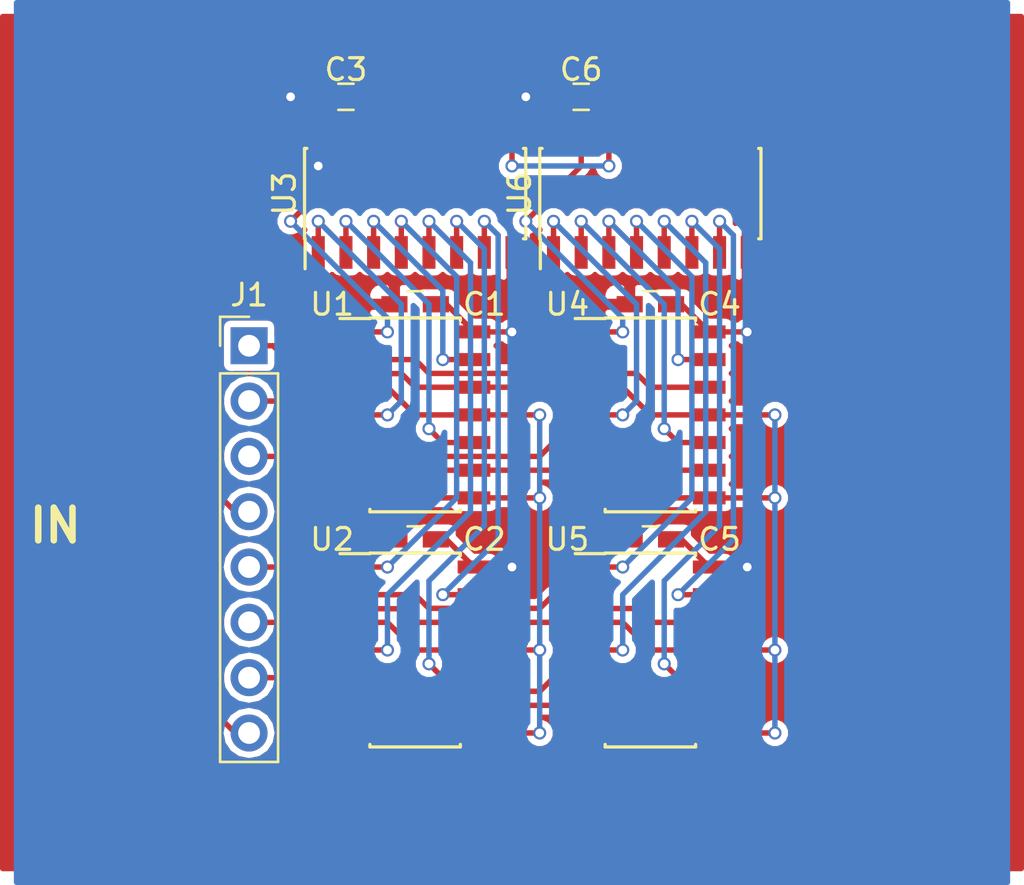
<source format=kicad_pcb>
(kicad_pcb (version 4) (host pcbnew 4.0.7)

  (general
    (links 69)
    (no_connects 0)
    (area 31.115 10.16 78.105001 50.800001)
    (thickness 1.6)
    (drawings 1)
    (tracks 279)
    (zones 0)
    (modules 13)
    (nets 40)
  )

  (page A4)
  (layers
    (0 F.Cu signal)
    (31 B.Cu signal)
    (32 B.Adhes user)
    (33 F.Adhes user)
    (34 B.Paste user)
    (35 F.Paste user)
    (36 B.SilkS user)
    (37 F.SilkS user)
    (38 B.Mask user)
    (39 F.Mask user)
    (40 Dwgs.User user)
    (41 Cmts.User user)
    (42 Eco1.User user)
    (43 Eco2.User user)
    (44 Edge.Cuts user)
    (45 Margin user)
    (46 B.CrtYd user)
    (47 F.CrtYd user)
    (48 B.Fab user hide)
    (49 F.Fab user hide)
  )

  (setup
    (last_trace_width 0.25)
    (trace_clearance 0.2)
    (zone_clearance 0.3)
    (zone_45_only no)
    (trace_min 0.2)
    (segment_width 0.2)
    (edge_width 0.15)
    (via_size 0.6)
    (via_drill 0.4)
    (via_min_size 0.4)
    (via_min_drill 0.3)
    (uvia_size 0.3)
    (uvia_drill 0.1)
    (uvias_allowed no)
    (uvia_min_size 0.2)
    (uvia_min_drill 0.1)
    (pcb_text_width 0.3)
    (pcb_text_size 1.5 1.5)
    (mod_edge_width 0.15)
    (mod_text_size 1 1)
    (mod_text_width 0.15)
    (pad_size 1.524 1.524)
    (pad_drill 0.762)
    (pad_to_mask_clearance 0.2)
    (aux_axis_origin 0 0)
    (visible_elements FFFFFF7F)
    (pcbplotparams
      (layerselection 0x00030_80000001)
      (usegerberextensions false)
      (excludeedgelayer true)
      (linewidth 0.100000)
      (plotframeref false)
      (viasonmask false)
      (mode 1)
      (useauxorigin false)
      (hpglpennumber 1)
      (hpglpenspeed 20)
      (hpglpendiameter 15)
      (hpglpenoverlay 2)
      (psnegative false)
      (psa4output false)
      (plotreference true)
      (plotvalue true)
      (plotinvisibletext false)
      (padsonsilk false)
      (subtractmaskfromsilk false)
      (outputformat 1)
      (mirror false)
      (drillshape 1)
      (scaleselection 1)
      (outputdirectory ""))
  )

  (net 0 "")
  (net 1 VCC)
  (net 2 GND)
  (net 3 "Net-(U1-Pad11)")
  (net 4 "Net-(U1-Pad1)")
  (net 5 "Net-(U1-Pad4)")
  (net 6 "Net-(U1-Pad10)")
  (net 7 "Net-(U1-Pad13)")
  (net 8 "Net-(U2-Pad1)")
  (net 9 "Net-(U2-Pad4)")
  (net 10 "Net-(U2-Pad10)")
  (net 11 "Net-(U2-Pad13)")
  (net 12 "Net-(U3-Pad9)")
  (net 13 "Net-(U3-Pad10)")
  (net 14 "Net-(U3-Pad11)")
  (net 15 "Net-(U3-Pad12)")
  (net 16 "Net-(U3-Pad13)")
  (net 17 "Net-(U3-Pad14)")
  (net 18 /in1)
  (net 19 /in2)
  (net 20 /in3)
  (net 21 /in4)
  (net 22 /in5)
  (net 23 /in6)
  (net 24 /in7)
  (net 25 /in8)
  (net 26 "Net-(U4-Pad1)")
  (net 27 "Net-(U4-Pad11)")
  (net 28 "Net-(U4-Pad4)")
  (net 29 "Net-(U4-Pad10)")
  (net 30 "Net-(U4-Pad13)")
  (net 31 "Net-(U5-Pad1)")
  (net 32 "Net-(U5-Pad4)")
  (net 33 "Net-(U5-Pad10)")
  (net 34 "Net-(U5-Pad13)")
  (net 35 "Net-(U6-Pad9)")
  (net 36 "Net-(U6-Pad10)")
  (net 37 "Net-(U6-Pad11)")
  (net 38 "Net-(U6-Pad12)")
  (net 39 "Net-(U6-Pad13)")

  (net_class Default "This is the default net class."
    (clearance 0.2)
    (trace_width 0.25)
    (via_dia 0.6)
    (via_drill 0.4)
    (uvia_dia 0.3)
    (uvia_drill 0.1)
    (add_net /in1)
    (add_net /in2)
    (add_net /in3)
    (add_net /in4)
    (add_net /in5)
    (add_net /in6)
    (add_net /in7)
    (add_net /in8)
    (add_net GND)
    (add_net "Net-(U1-Pad1)")
    (add_net "Net-(U1-Pad10)")
    (add_net "Net-(U1-Pad11)")
    (add_net "Net-(U1-Pad13)")
    (add_net "Net-(U1-Pad4)")
    (add_net "Net-(U2-Pad1)")
    (add_net "Net-(U2-Pad10)")
    (add_net "Net-(U2-Pad13)")
    (add_net "Net-(U2-Pad4)")
    (add_net "Net-(U3-Pad10)")
    (add_net "Net-(U3-Pad11)")
    (add_net "Net-(U3-Pad12)")
    (add_net "Net-(U3-Pad13)")
    (add_net "Net-(U3-Pad14)")
    (add_net "Net-(U3-Pad9)")
    (add_net "Net-(U4-Pad1)")
    (add_net "Net-(U4-Pad10)")
    (add_net "Net-(U4-Pad11)")
    (add_net "Net-(U4-Pad13)")
    (add_net "Net-(U4-Pad4)")
    (add_net "Net-(U5-Pad1)")
    (add_net "Net-(U5-Pad10)")
    (add_net "Net-(U5-Pad13)")
    (add_net "Net-(U5-Pad4)")
    (add_net "Net-(U6-Pad10)")
    (add_net "Net-(U6-Pad11)")
    (add_net "Net-(U6-Pad12)")
    (add_net "Net-(U6-Pad13)")
    (add_net "Net-(U6-Pad9)")
    (add_net VCC)
  )

  (module Capacitors_SMD:C_0603_HandSoldering (layer F.Cu) (tedit 58AA848B) (tstamp 5A911547)
    (at 50.165 24.13 180)
    (descr "Capacitor SMD 0603, hand soldering")
    (tags "capacitor 0603")
    (path /5A911806)
    (attr smd)
    (fp_text reference C1 (at -3.175 0 180) (layer F.SilkS)
      (effects (font (size 1 1) (thickness 0.15)))
    )
    (fp_text value C (at 0 1.5 180) (layer F.Fab)
      (effects (font (size 1 1) (thickness 0.15)))
    )
    (fp_text user %R (at 0 -1.25 180) (layer F.Fab)
      (effects (font (size 1 1) (thickness 0.15)))
    )
    (fp_line (start -0.8 0.4) (end -0.8 -0.4) (layer F.Fab) (width 0.1))
    (fp_line (start 0.8 0.4) (end -0.8 0.4) (layer F.Fab) (width 0.1))
    (fp_line (start 0.8 -0.4) (end 0.8 0.4) (layer F.Fab) (width 0.1))
    (fp_line (start -0.8 -0.4) (end 0.8 -0.4) (layer F.Fab) (width 0.1))
    (fp_line (start -0.35 -0.6) (end 0.35 -0.6) (layer F.SilkS) (width 0.12))
    (fp_line (start 0.35 0.6) (end -0.35 0.6) (layer F.SilkS) (width 0.12))
    (fp_line (start -1.8 -0.65) (end 1.8 -0.65) (layer F.CrtYd) (width 0.05))
    (fp_line (start -1.8 -0.65) (end -1.8 0.65) (layer F.CrtYd) (width 0.05))
    (fp_line (start 1.8 0.65) (end 1.8 -0.65) (layer F.CrtYd) (width 0.05))
    (fp_line (start 1.8 0.65) (end -1.8 0.65) (layer F.CrtYd) (width 0.05))
    (pad 1 smd rect (at -0.95 0 180) (size 1.2 0.75) (layers F.Cu F.Paste F.Mask)
      (net 1 VCC))
    (pad 2 smd rect (at 0.95 0 180) (size 1.2 0.75) (layers F.Cu F.Paste F.Mask)
      (net 2 GND))
    (model Capacitors_SMD.3dshapes/C_0603.wrl
      (at (xyz 0 0 0))
      (scale (xyz 1 1 1))
      (rotate (xyz 0 0 0))
    )
  )

  (module Capacitors_SMD:C_0603_HandSoldering (layer F.Cu) (tedit 58AA848B) (tstamp 5A91154D)
    (at 50.165 34.925 180)
    (descr "Capacitor SMD 0603, hand soldering")
    (tags "capacitor 0603")
    (path /5A912A11)
    (attr smd)
    (fp_text reference C2 (at -3.175 0 180) (layer F.SilkS)
      (effects (font (size 1 1) (thickness 0.15)))
    )
    (fp_text value C (at 0 1.5 180) (layer F.Fab)
      (effects (font (size 1 1) (thickness 0.15)))
    )
    (fp_text user %R (at 0 -1.25 180) (layer F.Fab)
      (effects (font (size 1 1) (thickness 0.15)))
    )
    (fp_line (start -0.8 0.4) (end -0.8 -0.4) (layer F.Fab) (width 0.1))
    (fp_line (start 0.8 0.4) (end -0.8 0.4) (layer F.Fab) (width 0.1))
    (fp_line (start 0.8 -0.4) (end 0.8 0.4) (layer F.Fab) (width 0.1))
    (fp_line (start -0.8 -0.4) (end 0.8 -0.4) (layer F.Fab) (width 0.1))
    (fp_line (start -0.35 -0.6) (end 0.35 -0.6) (layer F.SilkS) (width 0.12))
    (fp_line (start 0.35 0.6) (end -0.35 0.6) (layer F.SilkS) (width 0.12))
    (fp_line (start -1.8 -0.65) (end 1.8 -0.65) (layer F.CrtYd) (width 0.05))
    (fp_line (start -1.8 -0.65) (end -1.8 0.65) (layer F.CrtYd) (width 0.05))
    (fp_line (start 1.8 0.65) (end 1.8 -0.65) (layer F.CrtYd) (width 0.05))
    (fp_line (start 1.8 0.65) (end -1.8 0.65) (layer F.CrtYd) (width 0.05))
    (pad 1 smd rect (at -0.95 0 180) (size 1.2 0.75) (layers F.Cu F.Paste F.Mask)
      (net 1 VCC))
    (pad 2 smd rect (at 0.95 0 180) (size 1.2 0.75) (layers F.Cu F.Paste F.Mask)
      (net 2 GND))
    (model Capacitors_SMD.3dshapes/C_0603.wrl
      (at (xyz 0 0 0))
      (scale (xyz 1 1 1))
      (rotate (xyz 0 0 0))
    )
  )

  (module Pin_Headers:Pin_Header_Straight_1x08_Pitch2.54mm (layer F.Cu) (tedit 59650532) (tstamp 5A911559)
    (at 42.545 26.035)
    (descr "Through hole straight pin header, 1x08, 2.54mm pitch, single row")
    (tags "Through hole pin header THT 1x08 2.54mm single row")
    (path /5A911751)
    (fp_text reference J1 (at 0 -2.33) (layer F.SilkS)
      (effects (font (size 1 1) (thickness 0.15)))
    )
    (fp_text value Conn_01x08 (at 0 20.11) (layer F.Fab)
      (effects (font (size 1 1) (thickness 0.15)))
    )
    (fp_line (start -0.635 -1.27) (end 1.27 -1.27) (layer F.Fab) (width 0.1))
    (fp_line (start 1.27 -1.27) (end 1.27 19.05) (layer F.Fab) (width 0.1))
    (fp_line (start 1.27 19.05) (end -1.27 19.05) (layer F.Fab) (width 0.1))
    (fp_line (start -1.27 19.05) (end -1.27 -0.635) (layer F.Fab) (width 0.1))
    (fp_line (start -1.27 -0.635) (end -0.635 -1.27) (layer F.Fab) (width 0.1))
    (fp_line (start -1.33 19.11) (end 1.33 19.11) (layer F.SilkS) (width 0.12))
    (fp_line (start -1.33 1.27) (end -1.33 19.11) (layer F.SilkS) (width 0.12))
    (fp_line (start 1.33 1.27) (end 1.33 19.11) (layer F.SilkS) (width 0.12))
    (fp_line (start -1.33 1.27) (end 1.33 1.27) (layer F.SilkS) (width 0.12))
    (fp_line (start -1.33 0) (end -1.33 -1.33) (layer F.SilkS) (width 0.12))
    (fp_line (start -1.33 -1.33) (end 0 -1.33) (layer F.SilkS) (width 0.12))
    (fp_line (start -1.8 -1.8) (end -1.8 19.55) (layer F.CrtYd) (width 0.05))
    (fp_line (start -1.8 19.55) (end 1.8 19.55) (layer F.CrtYd) (width 0.05))
    (fp_line (start 1.8 19.55) (end 1.8 -1.8) (layer F.CrtYd) (width 0.05))
    (fp_line (start 1.8 -1.8) (end -1.8 -1.8) (layer F.CrtYd) (width 0.05))
    (fp_text user %R (at 0 8.89 90) (layer F.Fab)
      (effects (font (size 1 1) (thickness 0.15)))
    )
    (pad 1 thru_hole rect (at 0 0) (size 1.7 1.7) (drill 1) (layers *.Cu *.Mask)
      (net 18 /in1))
    (pad 2 thru_hole oval (at 0 2.54) (size 1.7 1.7) (drill 1) (layers *.Cu *.Mask)
      (net 19 /in2))
    (pad 3 thru_hole oval (at 0 5.08) (size 1.7 1.7) (drill 1) (layers *.Cu *.Mask)
      (net 20 /in3))
    (pad 4 thru_hole oval (at 0 7.62) (size 1.7 1.7) (drill 1) (layers *.Cu *.Mask)
      (net 21 /in4))
    (pad 5 thru_hole oval (at 0 10.16) (size 1.7 1.7) (drill 1) (layers *.Cu *.Mask)
      (net 22 /in5))
    (pad 6 thru_hole oval (at 0 12.7) (size 1.7 1.7) (drill 1) (layers *.Cu *.Mask)
      (net 23 /in6))
    (pad 7 thru_hole oval (at 0 15.24) (size 1.7 1.7) (drill 1) (layers *.Cu *.Mask)
      (net 24 /in7))
    (pad 8 thru_hole oval (at 0 17.78) (size 1.7 1.7) (drill 1) (layers *.Cu *.Mask)
      (net 25 /in8))
    (model ${KISYS3DMOD}/Pin_Headers.3dshapes/Pin_Header_Straight_1x08_Pitch2.54mm.wrl
      (at (xyz 0 0 0))
      (scale (xyz 1 1 1))
      (rotate (xyz 0 0 0))
    )
  )

  (module Housings_SOIC:SOIC-14_3.9x8.7mm_Pitch1.27mm (layer F.Cu) (tedit 58CC8F64) (tstamp 5A911577)
    (at 50.165 40.005)
    (descr "14-Lead Plastic Small Outline (SL) - Narrow, 3.90 mm Body [SOIC] (see Microchip Packaging Specification 00000049BS.pdf)")
    (tags "SOIC 1.27")
    (path /5A911E05)
    (attr smd)
    (fp_text reference U2 (at -3.81 -5.08) (layer F.SilkS)
      (effects (font (size 1 1) (thickness 0.15)))
    )
    (fp_text value 74LS125 (at 0 5.375) (layer F.Fab)
      (effects (font (size 1 1) (thickness 0.15)))
    )
    (fp_text user %R (at 0 0) (layer F.Fab)
      (effects (font (size 0.9 0.9) (thickness 0.135)))
    )
    (fp_line (start -0.95 -4.35) (end 1.95 -4.35) (layer F.Fab) (width 0.15))
    (fp_line (start 1.95 -4.35) (end 1.95 4.35) (layer F.Fab) (width 0.15))
    (fp_line (start 1.95 4.35) (end -1.95 4.35) (layer F.Fab) (width 0.15))
    (fp_line (start -1.95 4.35) (end -1.95 -3.35) (layer F.Fab) (width 0.15))
    (fp_line (start -1.95 -3.35) (end -0.95 -4.35) (layer F.Fab) (width 0.15))
    (fp_line (start -3.7 -4.65) (end -3.7 4.65) (layer F.CrtYd) (width 0.05))
    (fp_line (start 3.7 -4.65) (end 3.7 4.65) (layer F.CrtYd) (width 0.05))
    (fp_line (start -3.7 -4.65) (end 3.7 -4.65) (layer F.CrtYd) (width 0.05))
    (fp_line (start -3.7 4.65) (end 3.7 4.65) (layer F.CrtYd) (width 0.05))
    (fp_line (start -2.075 -4.45) (end -2.075 -4.425) (layer F.SilkS) (width 0.15))
    (fp_line (start 2.075 -4.45) (end 2.075 -4.335) (layer F.SilkS) (width 0.15))
    (fp_line (start 2.075 4.45) (end 2.075 4.335) (layer F.SilkS) (width 0.15))
    (fp_line (start -2.075 4.45) (end -2.075 4.335) (layer F.SilkS) (width 0.15))
    (fp_line (start -2.075 -4.45) (end 2.075 -4.45) (layer F.SilkS) (width 0.15))
    (fp_line (start -2.075 4.45) (end 2.075 4.45) (layer F.SilkS) (width 0.15))
    (fp_line (start -2.075 -4.425) (end -3.45 -4.425) (layer F.SilkS) (width 0.15))
    (pad 1 smd rect (at -2.7 -3.81) (size 1.5 0.6) (layers F.Cu F.Paste F.Mask)
      (net 8 "Net-(U2-Pad1)"))
    (pad 2 smd rect (at -2.7 -2.54) (size 1.5 0.6) (layers F.Cu F.Paste F.Mask)
      (net 22 /in5))
    (pad 3 smd rect (at -2.7 -1.27) (size 1.5 0.6) (layers F.Cu F.Paste F.Mask)
      (net 3 "Net-(U1-Pad11)"))
    (pad 4 smd rect (at -2.7 0) (size 1.5 0.6) (layers F.Cu F.Paste F.Mask)
      (net 9 "Net-(U2-Pad4)"))
    (pad 5 smd rect (at -2.7 1.27) (size 1.5 0.6) (layers F.Cu F.Paste F.Mask)
      (net 23 /in6))
    (pad 6 smd rect (at -2.7 2.54) (size 1.5 0.6) (layers F.Cu F.Paste F.Mask)
      (net 3 "Net-(U1-Pad11)"))
    (pad 7 smd rect (at -2.7 3.81) (size 1.5 0.6) (layers F.Cu F.Paste F.Mask)
      (net 2 GND))
    (pad 8 smd rect (at 2.7 3.81) (size 1.5 0.6) (layers F.Cu F.Paste F.Mask)
      (net 3 "Net-(U1-Pad11)"))
    (pad 9 smd rect (at 2.7 2.54) (size 1.5 0.6) (layers F.Cu F.Paste F.Mask)
      (net 24 /in7))
    (pad 10 smd rect (at 2.7 1.27) (size 1.5 0.6) (layers F.Cu F.Paste F.Mask)
      (net 10 "Net-(U2-Pad10)"))
    (pad 11 smd rect (at 2.7 0) (size 1.5 0.6) (layers F.Cu F.Paste F.Mask)
      (net 3 "Net-(U1-Pad11)"))
    (pad 12 smd rect (at 2.7 -1.27) (size 1.5 0.6) (layers F.Cu F.Paste F.Mask)
      (net 25 /in8))
    (pad 13 smd rect (at 2.7 -2.54) (size 1.5 0.6) (layers F.Cu F.Paste F.Mask)
      (net 11 "Net-(U2-Pad13)"))
    (pad 14 smd rect (at 2.7 -3.81) (size 1.5 0.6) (layers F.Cu F.Paste F.Mask)
      (net 1 VCC))
    (model ${KISYS3DMOD}/Housings_SOIC.3dshapes/SOIC-14_3.9x8.7mm_Pitch1.27mm.wrl
      (at (xyz 0 0 0))
      (scale (xyz 1 1 1))
      (rotate (xyz 0 0 0))
    )
  )

  (module Housings_SOIC:SOIC-14_3.9x8.7mm_Pitch1.27mm (layer F.Cu) (tedit 58CC8F64) (tstamp 5A91164A)
    (at 50.165 29.21)
    (descr "14-Lead Plastic Small Outline (SL) - Narrow, 3.90 mm Body [SOIC] (see Microchip Packaging Specification 00000049BS.pdf)")
    (tags "SOIC 1.27")
    (path /5A9110C5)
    (attr smd)
    (fp_text reference U1 (at -3.81 -5.08) (layer F.SilkS)
      (effects (font (size 1 1) (thickness 0.15)))
    )
    (fp_text value 74LS125 (at 0 5.375) (layer F.Fab)
      (effects (font (size 1 1) (thickness 0.15)))
    )
    (fp_text user %R (at 0 0) (layer F.Fab)
      (effects (font (size 0.9 0.9) (thickness 0.135)))
    )
    (fp_line (start -0.95 -4.35) (end 1.95 -4.35) (layer F.Fab) (width 0.15))
    (fp_line (start 1.95 -4.35) (end 1.95 4.35) (layer F.Fab) (width 0.15))
    (fp_line (start 1.95 4.35) (end -1.95 4.35) (layer F.Fab) (width 0.15))
    (fp_line (start -1.95 4.35) (end -1.95 -3.35) (layer F.Fab) (width 0.15))
    (fp_line (start -1.95 -3.35) (end -0.95 -4.35) (layer F.Fab) (width 0.15))
    (fp_line (start -3.7 -4.65) (end -3.7 4.65) (layer F.CrtYd) (width 0.05))
    (fp_line (start 3.7 -4.65) (end 3.7 4.65) (layer F.CrtYd) (width 0.05))
    (fp_line (start -3.7 -4.65) (end 3.7 -4.65) (layer F.CrtYd) (width 0.05))
    (fp_line (start -3.7 4.65) (end 3.7 4.65) (layer F.CrtYd) (width 0.05))
    (fp_line (start -2.075 -4.45) (end -2.075 -4.425) (layer F.SilkS) (width 0.15))
    (fp_line (start 2.075 -4.45) (end 2.075 -4.335) (layer F.SilkS) (width 0.15))
    (fp_line (start 2.075 4.45) (end 2.075 4.335) (layer F.SilkS) (width 0.15))
    (fp_line (start -2.075 4.45) (end -2.075 4.335) (layer F.SilkS) (width 0.15))
    (fp_line (start -2.075 -4.45) (end 2.075 -4.45) (layer F.SilkS) (width 0.15))
    (fp_line (start -2.075 4.45) (end 2.075 4.45) (layer F.SilkS) (width 0.15))
    (fp_line (start -2.075 -4.425) (end -3.45 -4.425) (layer F.SilkS) (width 0.15))
    (pad 1 smd rect (at -2.7 -3.81) (size 1.5 0.6) (layers F.Cu F.Paste F.Mask)
      (net 4 "Net-(U1-Pad1)"))
    (pad 2 smd rect (at -2.7 -2.54) (size 1.5 0.6) (layers F.Cu F.Paste F.Mask)
      (net 18 /in1))
    (pad 3 smd rect (at -2.7 -1.27) (size 1.5 0.6) (layers F.Cu F.Paste F.Mask)
      (net 3 "Net-(U1-Pad11)"))
    (pad 4 smd rect (at -2.7 0) (size 1.5 0.6) (layers F.Cu F.Paste F.Mask)
      (net 5 "Net-(U1-Pad4)"))
    (pad 5 smd rect (at -2.7 1.27) (size 1.5 0.6) (layers F.Cu F.Paste F.Mask)
      (net 19 /in2))
    (pad 6 smd rect (at -2.7 2.54) (size 1.5 0.6) (layers F.Cu F.Paste F.Mask)
      (net 3 "Net-(U1-Pad11)"))
    (pad 7 smd rect (at -2.7 3.81) (size 1.5 0.6) (layers F.Cu F.Paste F.Mask)
      (net 2 GND))
    (pad 8 smd rect (at 2.7 3.81) (size 1.5 0.6) (layers F.Cu F.Paste F.Mask)
      (net 3 "Net-(U1-Pad11)"))
    (pad 9 smd rect (at 2.7 2.54) (size 1.5 0.6) (layers F.Cu F.Paste F.Mask)
      (net 20 /in3))
    (pad 10 smd rect (at 2.7 1.27) (size 1.5 0.6) (layers F.Cu F.Paste F.Mask)
      (net 6 "Net-(U1-Pad10)"))
    (pad 11 smd rect (at 2.7 0) (size 1.5 0.6) (layers F.Cu F.Paste F.Mask)
      (net 3 "Net-(U1-Pad11)"))
    (pad 12 smd rect (at 2.7 -1.27) (size 1.5 0.6) (layers F.Cu F.Paste F.Mask)
      (net 21 /in4))
    (pad 13 smd rect (at 2.7 -2.54) (size 1.5 0.6) (layers F.Cu F.Paste F.Mask)
      (net 7 "Net-(U1-Pad13)"))
    (pad 14 smd rect (at 2.7 -3.81) (size 1.5 0.6) (layers F.Cu F.Paste F.Mask)
      (net 1 VCC))
    (model ${KISYS3DMOD}/Housings_SOIC.3dshapes/SOIC-14_3.9x8.7mm_Pitch1.27mm.wrl
      (at (xyz 0 0 0))
      (scale (xyz 1 1 1))
      (rotate (xyz 0 0 0))
    )
  )

  (module Capacitors_SMD:C_0603_HandSoldering (layer F.Cu) (tedit 58AA848B) (tstamp 5A912112)
    (at 46.99 14.605)
    (descr "Capacitor SMD 0603, hand soldering")
    (tags "capacitor 0603")
    (path /5A914F68)
    (attr smd)
    (fp_text reference C3 (at 0 -1.25) (layer F.SilkS)
      (effects (font (size 1 1) (thickness 0.15)))
    )
    (fp_text value C (at 0 1.5) (layer F.Fab)
      (effects (font (size 1 1) (thickness 0.15)))
    )
    (fp_text user %R (at 0 -1.25) (layer F.Fab)
      (effects (font (size 1 1) (thickness 0.15)))
    )
    (fp_line (start -0.8 0.4) (end -0.8 -0.4) (layer F.Fab) (width 0.1))
    (fp_line (start 0.8 0.4) (end -0.8 0.4) (layer F.Fab) (width 0.1))
    (fp_line (start 0.8 -0.4) (end 0.8 0.4) (layer F.Fab) (width 0.1))
    (fp_line (start -0.8 -0.4) (end 0.8 -0.4) (layer F.Fab) (width 0.1))
    (fp_line (start -0.35 -0.6) (end 0.35 -0.6) (layer F.SilkS) (width 0.12))
    (fp_line (start 0.35 0.6) (end -0.35 0.6) (layer F.SilkS) (width 0.12))
    (fp_line (start -1.8 -0.65) (end 1.8 -0.65) (layer F.CrtYd) (width 0.05))
    (fp_line (start -1.8 -0.65) (end -1.8 0.65) (layer F.CrtYd) (width 0.05))
    (fp_line (start 1.8 0.65) (end 1.8 -0.65) (layer F.CrtYd) (width 0.05))
    (fp_line (start 1.8 0.65) (end -1.8 0.65) (layer F.CrtYd) (width 0.05))
    (pad 1 smd rect (at -0.95 0) (size 1.2 0.75) (layers F.Cu F.Paste F.Mask)
      (net 1 VCC))
    (pad 2 smd rect (at 0.95 0) (size 1.2 0.75) (layers F.Cu F.Paste F.Mask)
      (net 2 GND))
    (model Capacitors_SMD.3dshapes/C_0603.wrl
      (at (xyz 0 0 0))
      (scale (xyz 1 1 1))
      (rotate (xyz 0 0 0))
    )
  )

  (module Housings_SOIC:SOIC-16_3.9x9.9mm_Pitch1.27mm (layer F.Cu) (tedit 58CC8F64) (tstamp 5A912298)
    (at 50.165 19.05 90)
    (descr "16-Lead Plastic Small Outline (SL) - Narrow, 3.90 mm Body [SOIC] (see Microchip Packaging Specification 00000049BS.pdf)")
    (tags "SOIC 1.27")
    (path /5A914C41)
    (attr smd)
    (fp_text reference U3 (at 0 -6 90) (layer F.SilkS)
      (effects (font (size 1 1) (thickness 0.15)))
    )
    (fp_text value 74HC595 (at 0 6 90) (layer F.Fab)
      (effects (font (size 1 1) (thickness 0.15)))
    )
    (fp_text user %R (at 0 0 90) (layer F.Fab)
      (effects (font (size 0.9 0.9) (thickness 0.135)))
    )
    (fp_line (start -0.95 -4.95) (end 1.95 -4.95) (layer F.Fab) (width 0.15))
    (fp_line (start 1.95 -4.95) (end 1.95 4.95) (layer F.Fab) (width 0.15))
    (fp_line (start 1.95 4.95) (end -1.95 4.95) (layer F.Fab) (width 0.15))
    (fp_line (start -1.95 4.95) (end -1.95 -3.95) (layer F.Fab) (width 0.15))
    (fp_line (start -1.95 -3.95) (end -0.95 -4.95) (layer F.Fab) (width 0.15))
    (fp_line (start -3.7 -5.25) (end -3.7 5.25) (layer F.CrtYd) (width 0.05))
    (fp_line (start 3.7 -5.25) (end 3.7 5.25) (layer F.CrtYd) (width 0.05))
    (fp_line (start -3.7 -5.25) (end 3.7 -5.25) (layer F.CrtYd) (width 0.05))
    (fp_line (start -3.7 5.25) (end 3.7 5.25) (layer F.CrtYd) (width 0.05))
    (fp_line (start -2.075 -5.075) (end -2.075 -5.05) (layer F.SilkS) (width 0.15))
    (fp_line (start 2.075 -5.075) (end 2.075 -4.97) (layer F.SilkS) (width 0.15))
    (fp_line (start 2.075 5.075) (end 2.075 4.97) (layer F.SilkS) (width 0.15))
    (fp_line (start -2.075 5.075) (end -2.075 4.97) (layer F.SilkS) (width 0.15))
    (fp_line (start -2.075 -5.075) (end 2.075 -5.075) (layer F.SilkS) (width 0.15))
    (fp_line (start -2.075 5.075) (end 2.075 5.075) (layer F.SilkS) (width 0.15))
    (fp_line (start -2.075 -5.05) (end -3.45 -5.05) (layer F.SilkS) (width 0.15))
    (pad 1 smd rect (at -2.7 -4.445 90) (size 1.5 0.6) (layers F.Cu F.Paste F.Mask)
      (net 5 "Net-(U1-Pad4)"))
    (pad 2 smd rect (at -2.7 -3.175 90) (size 1.5 0.6) (layers F.Cu F.Paste F.Mask)
      (net 6 "Net-(U1-Pad10)"))
    (pad 3 smd rect (at -2.7 -1.905 90) (size 1.5 0.6) (layers F.Cu F.Paste F.Mask)
      (net 7 "Net-(U1-Pad13)"))
    (pad 4 smd rect (at -2.7 -0.635 90) (size 1.5 0.6) (layers F.Cu F.Paste F.Mask)
      (net 8 "Net-(U2-Pad1)"))
    (pad 5 smd rect (at -2.7 0.635 90) (size 1.5 0.6) (layers F.Cu F.Paste F.Mask)
      (net 9 "Net-(U2-Pad4)"))
    (pad 6 smd rect (at -2.7 1.905 90) (size 1.5 0.6) (layers F.Cu F.Paste F.Mask)
      (net 10 "Net-(U2-Pad10)"))
    (pad 7 smd rect (at -2.7 3.175 90) (size 1.5 0.6) (layers F.Cu F.Paste F.Mask)
      (net 11 "Net-(U2-Pad13)"))
    (pad 8 smd rect (at -2.7 4.445 90) (size 1.5 0.6) (layers F.Cu F.Paste F.Mask)
      (net 2 GND))
    (pad 9 smd rect (at 2.7 4.445 90) (size 1.5 0.6) (layers F.Cu F.Paste F.Mask)
      (net 12 "Net-(U3-Pad9)"))
    (pad 10 smd rect (at 2.7 3.175 90) (size 1.5 0.6) (layers F.Cu F.Paste F.Mask)
      (net 13 "Net-(U3-Pad10)"))
    (pad 11 smd rect (at 2.7 1.905 90) (size 1.5 0.6) (layers F.Cu F.Paste F.Mask)
      (net 14 "Net-(U3-Pad11)"))
    (pad 12 smd rect (at 2.7 0.635 90) (size 1.5 0.6) (layers F.Cu F.Paste F.Mask)
      (net 15 "Net-(U3-Pad12)"))
    (pad 13 smd rect (at 2.7 -0.635 90) (size 1.5 0.6) (layers F.Cu F.Paste F.Mask)
      (net 16 "Net-(U3-Pad13)"))
    (pad 14 smd rect (at 2.7 -1.905 90) (size 1.5 0.6) (layers F.Cu F.Paste F.Mask)
      (net 17 "Net-(U3-Pad14)"))
    (pad 15 smd rect (at 2.7 -3.175 90) (size 1.5 0.6) (layers F.Cu F.Paste F.Mask)
      (net 4 "Net-(U1-Pad1)"))
    (pad 16 smd rect (at 2.7 -4.445 90) (size 1.5 0.6) (layers F.Cu F.Paste F.Mask)
      (net 1 VCC))
    (model ${KISYS3DMOD}/Housings_SOIC.3dshapes/SOIC-16_3.9x9.9mm_Pitch1.27mm.wrl
      (at (xyz 0 0 0))
      (scale (xyz 1 1 1))
      (rotate (xyz 0 0 0))
    )
  )

  (module Capacitors_SMD:C_0603_HandSoldering (layer F.Cu) (tedit 58AA848B) (tstamp 5A914534)
    (at 60.96 24.13 180)
    (descr "Capacitor SMD 0603, hand soldering")
    (tags "capacitor 0603")
    (path /5A9179B7)
    (attr smd)
    (fp_text reference C4 (at -3.175 0 180) (layer F.SilkS)
      (effects (font (size 1 1) (thickness 0.15)))
    )
    (fp_text value C (at 0 1.5 180) (layer F.Fab)
      (effects (font (size 1 1) (thickness 0.15)))
    )
    (fp_text user %R (at 0 -1.25 180) (layer F.Fab)
      (effects (font (size 1 1) (thickness 0.15)))
    )
    (fp_line (start -0.8 0.4) (end -0.8 -0.4) (layer F.Fab) (width 0.1))
    (fp_line (start 0.8 0.4) (end -0.8 0.4) (layer F.Fab) (width 0.1))
    (fp_line (start 0.8 -0.4) (end 0.8 0.4) (layer F.Fab) (width 0.1))
    (fp_line (start -0.8 -0.4) (end 0.8 -0.4) (layer F.Fab) (width 0.1))
    (fp_line (start -0.35 -0.6) (end 0.35 -0.6) (layer F.SilkS) (width 0.12))
    (fp_line (start 0.35 0.6) (end -0.35 0.6) (layer F.SilkS) (width 0.12))
    (fp_line (start -1.8 -0.65) (end 1.8 -0.65) (layer F.CrtYd) (width 0.05))
    (fp_line (start -1.8 -0.65) (end -1.8 0.65) (layer F.CrtYd) (width 0.05))
    (fp_line (start 1.8 0.65) (end 1.8 -0.65) (layer F.CrtYd) (width 0.05))
    (fp_line (start 1.8 0.65) (end -1.8 0.65) (layer F.CrtYd) (width 0.05))
    (pad 1 smd rect (at -0.95 0 180) (size 1.2 0.75) (layers F.Cu F.Paste F.Mask)
      (net 1 VCC))
    (pad 2 smd rect (at 0.95 0 180) (size 1.2 0.75) (layers F.Cu F.Paste F.Mask)
      (net 2 GND))
    (model Capacitors_SMD.3dshapes/C_0603.wrl
      (at (xyz 0 0 0))
      (scale (xyz 1 1 1))
      (rotate (xyz 0 0 0))
    )
  )

  (module Capacitors_SMD:C_0603_HandSoldering (layer F.Cu) (tedit 58AA848B) (tstamp 5A91453A)
    (at 60.96 34.925 180)
    (descr "Capacitor SMD 0603, hand soldering")
    (tags "capacitor 0603")
    (path /5A917945)
    (attr smd)
    (fp_text reference C5 (at -3.175 0 180) (layer F.SilkS)
      (effects (font (size 1 1) (thickness 0.15)))
    )
    (fp_text value C (at 0 1.5 180) (layer F.Fab)
      (effects (font (size 1 1) (thickness 0.15)))
    )
    (fp_text user %R (at 0 -1.25 180) (layer F.Fab)
      (effects (font (size 1 1) (thickness 0.15)))
    )
    (fp_line (start -0.8 0.4) (end -0.8 -0.4) (layer F.Fab) (width 0.1))
    (fp_line (start 0.8 0.4) (end -0.8 0.4) (layer F.Fab) (width 0.1))
    (fp_line (start 0.8 -0.4) (end 0.8 0.4) (layer F.Fab) (width 0.1))
    (fp_line (start -0.8 -0.4) (end 0.8 -0.4) (layer F.Fab) (width 0.1))
    (fp_line (start -0.35 -0.6) (end 0.35 -0.6) (layer F.SilkS) (width 0.12))
    (fp_line (start 0.35 0.6) (end -0.35 0.6) (layer F.SilkS) (width 0.12))
    (fp_line (start -1.8 -0.65) (end 1.8 -0.65) (layer F.CrtYd) (width 0.05))
    (fp_line (start -1.8 -0.65) (end -1.8 0.65) (layer F.CrtYd) (width 0.05))
    (fp_line (start 1.8 0.65) (end 1.8 -0.65) (layer F.CrtYd) (width 0.05))
    (fp_line (start 1.8 0.65) (end -1.8 0.65) (layer F.CrtYd) (width 0.05))
    (pad 1 smd rect (at -0.95 0 180) (size 1.2 0.75) (layers F.Cu F.Paste F.Mask)
      (net 1 VCC))
    (pad 2 smd rect (at 0.95 0 180) (size 1.2 0.75) (layers F.Cu F.Paste F.Mask)
      (net 2 GND))
    (model Capacitors_SMD.3dshapes/C_0603.wrl
      (at (xyz 0 0 0))
      (scale (xyz 1 1 1))
      (rotate (xyz 0 0 0))
    )
  )

  (module Capacitors_SMD:C_0603_HandSoldering (layer F.Cu) (tedit 58AA848B) (tstamp 5A914540)
    (at 57.785 14.605)
    (descr "Capacitor SMD 0603, hand soldering")
    (tags "capacitor 0603")
    (path /5A917974)
    (attr smd)
    (fp_text reference C6 (at 0 -1.25) (layer F.SilkS)
      (effects (font (size 1 1) (thickness 0.15)))
    )
    (fp_text value C (at 0 1.5) (layer F.Fab)
      (effects (font (size 1 1) (thickness 0.15)))
    )
    (fp_text user %R (at 0 -1.25) (layer F.Fab)
      (effects (font (size 1 1) (thickness 0.15)))
    )
    (fp_line (start -0.8 0.4) (end -0.8 -0.4) (layer F.Fab) (width 0.1))
    (fp_line (start 0.8 0.4) (end -0.8 0.4) (layer F.Fab) (width 0.1))
    (fp_line (start 0.8 -0.4) (end 0.8 0.4) (layer F.Fab) (width 0.1))
    (fp_line (start -0.8 -0.4) (end 0.8 -0.4) (layer F.Fab) (width 0.1))
    (fp_line (start -0.35 -0.6) (end 0.35 -0.6) (layer F.SilkS) (width 0.12))
    (fp_line (start 0.35 0.6) (end -0.35 0.6) (layer F.SilkS) (width 0.12))
    (fp_line (start -1.8 -0.65) (end 1.8 -0.65) (layer F.CrtYd) (width 0.05))
    (fp_line (start -1.8 -0.65) (end -1.8 0.65) (layer F.CrtYd) (width 0.05))
    (fp_line (start 1.8 0.65) (end 1.8 -0.65) (layer F.CrtYd) (width 0.05))
    (fp_line (start 1.8 0.65) (end -1.8 0.65) (layer F.CrtYd) (width 0.05))
    (pad 1 smd rect (at -0.95 0) (size 1.2 0.75) (layers F.Cu F.Paste F.Mask)
      (net 1 VCC))
    (pad 2 smd rect (at 0.95 0) (size 1.2 0.75) (layers F.Cu F.Paste F.Mask)
      (net 2 GND))
    (model Capacitors_SMD.3dshapes/C_0603.wrl
      (at (xyz 0 0 0))
      (scale (xyz 1 1 1))
      (rotate (xyz 0 0 0))
    )
  )

  (module Housings_SOIC:SOIC-14_3.9x8.7mm_Pitch1.27mm (layer F.Cu) (tedit 58CC8F64) (tstamp 5A914552)
    (at 60.96 29.21)
    (descr "14-Lead Plastic Small Outline (SL) - Narrow, 3.90 mm Body [SOIC] (see Microchip Packaging Specification 00000049BS.pdf)")
    (tags "SOIC 1.27")
    (path /5A917929)
    (attr smd)
    (fp_text reference U4 (at -3.81 -5.08) (layer F.SilkS)
      (effects (font (size 1 1) (thickness 0.15)))
    )
    (fp_text value 74LS125 (at 0 5.375) (layer F.Fab)
      (effects (font (size 1 1) (thickness 0.15)))
    )
    (fp_text user %R (at 0 0) (layer F.Fab)
      (effects (font (size 0.9 0.9) (thickness 0.135)))
    )
    (fp_line (start -0.95 -4.35) (end 1.95 -4.35) (layer F.Fab) (width 0.15))
    (fp_line (start 1.95 -4.35) (end 1.95 4.35) (layer F.Fab) (width 0.15))
    (fp_line (start 1.95 4.35) (end -1.95 4.35) (layer F.Fab) (width 0.15))
    (fp_line (start -1.95 4.35) (end -1.95 -3.35) (layer F.Fab) (width 0.15))
    (fp_line (start -1.95 -3.35) (end -0.95 -4.35) (layer F.Fab) (width 0.15))
    (fp_line (start -3.7 -4.65) (end -3.7 4.65) (layer F.CrtYd) (width 0.05))
    (fp_line (start 3.7 -4.65) (end 3.7 4.65) (layer F.CrtYd) (width 0.05))
    (fp_line (start -3.7 -4.65) (end 3.7 -4.65) (layer F.CrtYd) (width 0.05))
    (fp_line (start -3.7 4.65) (end 3.7 4.65) (layer F.CrtYd) (width 0.05))
    (fp_line (start -2.075 -4.45) (end -2.075 -4.425) (layer F.SilkS) (width 0.15))
    (fp_line (start 2.075 -4.45) (end 2.075 -4.335) (layer F.SilkS) (width 0.15))
    (fp_line (start 2.075 4.45) (end 2.075 4.335) (layer F.SilkS) (width 0.15))
    (fp_line (start -2.075 4.45) (end -2.075 4.335) (layer F.SilkS) (width 0.15))
    (fp_line (start -2.075 -4.45) (end 2.075 -4.45) (layer F.SilkS) (width 0.15))
    (fp_line (start -2.075 4.45) (end 2.075 4.45) (layer F.SilkS) (width 0.15))
    (fp_line (start -2.075 -4.425) (end -3.45 -4.425) (layer F.SilkS) (width 0.15))
    (pad 1 smd rect (at -2.7 -3.81) (size 1.5 0.6) (layers F.Cu F.Paste F.Mask)
      (net 26 "Net-(U4-Pad1)"))
    (pad 2 smd rect (at -2.7 -2.54) (size 1.5 0.6) (layers F.Cu F.Paste F.Mask)
      (net 18 /in1))
    (pad 3 smd rect (at -2.7 -1.27) (size 1.5 0.6) (layers F.Cu F.Paste F.Mask)
      (net 27 "Net-(U4-Pad11)"))
    (pad 4 smd rect (at -2.7 0) (size 1.5 0.6) (layers F.Cu F.Paste F.Mask)
      (net 28 "Net-(U4-Pad4)"))
    (pad 5 smd rect (at -2.7 1.27) (size 1.5 0.6) (layers F.Cu F.Paste F.Mask)
      (net 19 /in2))
    (pad 6 smd rect (at -2.7 2.54) (size 1.5 0.6) (layers F.Cu F.Paste F.Mask)
      (net 27 "Net-(U4-Pad11)"))
    (pad 7 smd rect (at -2.7 3.81) (size 1.5 0.6) (layers F.Cu F.Paste F.Mask)
      (net 2 GND))
    (pad 8 smd rect (at 2.7 3.81) (size 1.5 0.6) (layers F.Cu F.Paste F.Mask)
      (net 27 "Net-(U4-Pad11)"))
    (pad 9 smd rect (at 2.7 2.54) (size 1.5 0.6) (layers F.Cu F.Paste F.Mask)
      (net 20 /in3))
    (pad 10 smd rect (at 2.7 1.27) (size 1.5 0.6) (layers F.Cu F.Paste F.Mask)
      (net 29 "Net-(U4-Pad10)"))
    (pad 11 smd rect (at 2.7 0) (size 1.5 0.6) (layers F.Cu F.Paste F.Mask)
      (net 27 "Net-(U4-Pad11)"))
    (pad 12 smd rect (at 2.7 -1.27) (size 1.5 0.6) (layers F.Cu F.Paste F.Mask)
      (net 21 /in4))
    (pad 13 smd rect (at 2.7 -2.54) (size 1.5 0.6) (layers F.Cu F.Paste F.Mask)
      (net 30 "Net-(U4-Pad13)"))
    (pad 14 smd rect (at 2.7 -3.81) (size 1.5 0.6) (layers F.Cu F.Paste F.Mask)
      (net 1 VCC))
    (model ${KISYS3DMOD}/Housings_SOIC.3dshapes/SOIC-14_3.9x8.7mm_Pitch1.27mm.wrl
      (at (xyz 0 0 0))
      (scale (xyz 1 1 1))
      (rotate (xyz 0 0 0))
    )
  )

  (module Housings_SOIC:SOIC-14_3.9x8.7mm_Pitch1.27mm (layer F.Cu) (tedit 58CC8F64) (tstamp 5A914564)
    (at 60.96 40.005)
    (descr "14-Lead Plastic Small Outline (SL) - Narrow, 3.90 mm Body [SOIC] (see Microchip Packaging Specification 00000049BS.pdf)")
    (tags "SOIC 1.27")
    (path /5A917958)
    (attr smd)
    (fp_text reference U5 (at -3.81 -5.08) (layer F.SilkS)
      (effects (font (size 1 1) (thickness 0.15)))
    )
    (fp_text value 74LS125 (at 0 5.375) (layer F.Fab)
      (effects (font (size 1 1) (thickness 0.15)))
    )
    (fp_text user %R (at 0 0) (layer F.Fab)
      (effects (font (size 0.9 0.9) (thickness 0.135)))
    )
    (fp_line (start -0.95 -4.35) (end 1.95 -4.35) (layer F.Fab) (width 0.15))
    (fp_line (start 1.95 -4.35) (end 1.95 4.35) (layer F.Fab) (width 0.15))
    (fp_line (start 1.95 4.35) (end -1.95 4.35) (layer F.Fab) (width 0.15))
    (fp_line (start -1.95 4.35) (end -1.95 -3.35) (layer F.Fab) (width 0.15))
    (fp_line (start -1.95 -3.35) (end -0.95 -4.35) (layer F.Fab) (width 0.15))
    (fp_line (start -3.7 -4.65) (end -3.7 4.65) (layer F.CrtYd) (width 0.05))
    (fp_line (start 3.7 -4.65) (end 3.7 4.65) (layer F.CrtYd) (width 0.05))
    (fp_line (start -3.7 -4.65) (end 3.7 -4.65) (layer F.CrtYd) (width 0.05))
    (fp_line (start -3.7 4.65) (end 3.7 4.65) (layer F.CrtYd) (width 0.05))
    (fp_line (start -2.075 -4.45) (end -2.075 -4.425) (layer F.SilkS) (width 0.15))
    (fp_line (start 2.075 -4.45) (end 2.075 -4.335) (layer F.SilkS) (width 0.15))
    (fp_line (start 2.075 4.45) (end 2.075 4.335) (layer F.SilkS) (width 0.15))
    (fp_line (start -2.075 4.45) (end -2.075 4.335) (layer F.SilkS) (width 0.15))
    (fp_line (start -2.075 -4.45) (end 2.075 -4.45) (layer F.SilkS) (width 0.15))
    (fp_line (start -2.075 4.45) (end 2.075 4.45) (layer F.SilkS) (width 0.15))
    (fp_line (start -2.075 -4.425) (end -3.45 -4.425) (layer F.SilkS) (width 0.15))
    (pad 1 smd rect (at -2.7 -3.81) (size 1.5 0.6) (layers F.Cu F.Paste F.Mask)
      (net 31 "Net-(U5-Pad1)"))
    (pad 2 smd rect (at -2.7 -2.54) (size 1.5 0.6) (layers F.Cu F.Paste F.Mask)
      (net 22 /in5))
    (pad 3 smd rect (at -2.7 -1.27) (size 1.5 0.6) (layers F.Cu F.Paste F.Mask)
      (net 27 "Net-(U4-Pad11)"))
    (pad 4 smd rect (at -2.7 0) (size 1.5 0.6) (layers F.Cu F.Paste F.Mask)
      (net 32 "Net-(U5-Pad4)"))
    (pad 5 smd rect (at -2.7 1.27) (size 1.5 0.6) (layers F.Cu F.Paste F.Mask)
      (net 23 /in6))
    (pad 6 smd rect (at -2.7 2.54) (size 1.5 0.6) (layers F.Cu F.Paste F.Mask)
      (net 27 "Net-(U4-Pad11)"))
    (pad 7 smd rect (at -2.7 3.81) (size 1.5 0.6) (layers F.Cu F.Paste F.Mask)
      (net 2 GND))
    (pad 8 smd rect (at 2.7 3.81) (size 1.5 0.6) (layers F.Cu F.Paste F.Mask)
      (net 27 "Net-(U4-Pad11)"))
    (pad 9 smd rect (at 2.7 2.54) (size 1.5 0.6) (layers F.Cu F.Paste F.Mask)
      (net 24 /in7))
    (pad 10 smd rect (at 2.7 1.27) (size 1.5 0.6) (layers F.Cu F.Paste F.Mask)
      (net 33 "Net-(U5-Pad10)"))
    (pad 11 smd rect (at 2.7 0) (size 1.5 0.6) (layers F.Cu F.Paste F.Mask)
      (net 27 "Net-(U4-Pad11)"))
    (pad 12 smd rect (at 2.7 -1.27) (size 1.5 0.6) (layers F.Cu F.Paste F.Mask)
      (net 25 /in8))
    (pad 13 smd rect (at 2.7 -2.54) (size 1.5 0.6) (layers F.Cu F.Paste F.Mask)
      (net 34 "Net-(U5-Pad13)"))
    (pad 14 smd rect (at 2.7 -3.81) (size 1.5 0.6) (layers F.Cu F.Paste F.Mask)
      (net 1 VCC))
    (model ${KISYS3DMOD}/Housings_SOIC.3dshapes/SOIC-14_3.9x8.7mm_Pitch1.27mm.wrl
      (at (xyz 0 0 0))
      (scale (xyz 1 1 1))
      (rotate (xyz 0 0 0))
    )
  )

  (module Housings_SOIC:SOIC-16_3.9x9.9mm_Pitch1.27mm (layer F.Cu) (tedit 58CC8F64) (tstamp 5A914578)
    (at 60.96 19.05 90)
    (descr "16-Lead Plastic Small Outline (SL) - Narrow, 3.90 mm Body [SOIC] (see Microchip Packaging Specification 00000049BS.pdf)")
    (tags "SOIC 1.27")
    (path /5A9179B0)
    (attr smd)
    (fp_text reference U6 (at 0 -6 90) (layer F.SilkS)
      (effects (font (size 1 1) (thickness 0.15)))
    )
    (fp_text value 74HC595 (at 0 6 90) (layer F.Fab)
      (effects (font (size 1 1) (thickness 0.15)))
    )
    (fp_text user %R (at 0 0 90) (layer F.Fab)
      (effects (font (size 0.9 0.9) (thickness 0.135)))
    )
    (fp_line (start -0.95 -4.95) (end 1.95 -4.95) (layer F.Fab) (width 0.15))
    (fp_line (start 1.95 -4.95) (end 1.95 4.95) (layer F.Fab) (width 0.15))
    (fp_line (start 1.95 4.95) (end -1.95 4.95) (layer F.Fab) (width 0.15))
    (fp_line (start -1.95 4.95) (end -1.95 -3.95) (layer F.Fab) (width 0.15))
    (fp_line (start -1.95 -3.95) (end -0.95 -4.95) (layer F.Fab) (width 0.15))
    (fp_line (start -3.7 -5.25) (end -3.7 5.25) (layer F.CrtYd) (width 0.05))
    (fp_line (start 3.7 -5.25) (end 3.7 5.25) (layer F.CrtYd) (width 0.05))
    (fp_line (start -3.7 -5.25) (end 3.7 -5.25) (layer F.CrtYd) (width 0.05))
    (fp_line (start -3.7 5.25) (end 3.7 5.25) (layer F.CrtYd) (width 0.05))
    (fp_line (start -2.075 -5.075) (end -2.075 -5.05) (layer F.SilkS) (width 0.15))
    (fp_line (start 2.075 -5.075) (end 2.075 -4.97) (layer F.SilkS) (width 0.15))
    (fp_line (start 2.075 5.075) (end 2.075 4.97) (layer F.SilkS) (width 0.15))
    (fp_line (start -2.075 5.075) (end -2.075 4.97) (layer F.SilkS) (width 0.15))
    (fp_line (start -2.075 -5.075) (end 2.075 -5.075) (layer F.SilkS) (width 0.15))
    (fp_line (start -2.075 5.075) (end 2.075 5.075) (layer F.SilkS) (width 0.15))
    (fp_line (start -2.075 -5.05) (end -3.45 -5.05) (layer F.SilkS) (width 0.15))
    (pad 1 smd rect (at -2.7 -4.445 90) (size 1.5 0.6) (layers F.Cu F.Paste F.Mask)
      (net 28 "Net-(U4-Pad4)"))
    (pad 2 smd rect (at -2.7 -3.175 90) (size 1.5 0.6) (layers F.Cu F.Paste F.Mask)
      (net 29 "Net-(U4-Pad10)"))
    (pad 3 smd rect (at -2.7 -1.905 90) (size 1.5 0.6) (layers F.Cu F.Paste F.Mask)
      (net 30 "Net-(U4-Pad13)"))
    (pad 4 smd rect (at -2.7 -0.635 90) (size 1.5 0.6) (layers F.Cu F.Paste F.Mask)
      (net 31 "Net-(U5-Pad1)"))
    (pad 5 smd rect (at -2.7 0.635 90) (size 1.5 0.6) (layers F.Cu F.Paste F.Mask)
      (net 32 "Net-(U5-Pad4)"))
    (pad 6 smd rect (at -2.7 1.905 90) (size 1.5 0.6) (layers F.Cu F.Paste F.Mask)
      (net 33 "Net-(U5-Pad10)"))
    (pad 7 smd rect (at -2.7 3.175 90) (size 1.5 0.6) (layers F.Cu F.Paste F.Mask)
      (net 34 "Net-(U5-Pad13)"))
    (pad 8 smd rect (at -2.7 4.445 90) (size 1.5 0.6) (layers F.Cu F.Paste F.Mask)
      (net 2 GND))
    (pad 9 smd rect (at 2.7 4.445 90) (size 1.5 0.6) (layers F.Cu F.Paste F.Mask)
      (net 35 "Net-(U6-Pad9)"))
    (pad 10 smd rect (at 2.7 3.175 90) (size 1.5 0.6) (layers F.Cu F.Paste F.Mask)
      (net 36 "Net-(U6-Pad10)"))
    (pad 11 smd rect (at 2.7 1.905 90) (size 1.5 0.6) (layers F.Cu F.Paste F.Mask)
      (net 37 "Net-(U6-Pad11)"))
    (pad 12 smd rect (at 2.7 0.635 90) (size 1.5 0.6) (layers F.Cu F.Paste F.Mask)
      (net 38 "Net-(U6-Pad12)"))
    (pad 13 smd rect (at 2.7 -0.635 90) (size 1.5 0.6) (layers F.Cu F.Paste F.Mask)
      (net 39 "Net-(U6-Pad13)"))
    (pad 14 smd rect (at 2.7 -1.905 90) (size 1.5 0.6) (layers F.Cu F.Paste F.Mask)
      (net 12 "Net-(U3-Pad9)"))
    (pad 15 smd rect (at 2.7 -3.175 90) (size 1.5 0.6) (layers F.Cu F.Paste F.Mask)
      (net 26 "Net-(U4-Pad1)"))
    (pad 16 smd rect (at 2.7 -4.445 90) (size 1.5 0.6) (layers F.Cu F.Paste F.Mask)
      (net 1 VCC))
    (model ${KISYS3DMOD}/Housings_SOIC.3dshapes/SOIC-16_3.9x9.9mm_Pitch1.27mm.wrl
      (at (xyz 0 0 0))
      (scale (xyz 1 1 1))
      (rotate (xyz 0 0 0))
    )
  )

  (gr_text IN (at 33.655 34.29) (layer F.SilkS)
    (effects (font (size 1.5 1.5) (thickness 0.3)))
  )

  (segment (start 46.04 14.605) (end 44.45 14.605) (width 0.25) (layer F.Cu) (net 1))
  (via (at 44.45 14.605) (size 0.6) (drill 0.4) (layers F.Cu B.Cu) (net 1))
  (segment (start 45.72 16.35) (end 45.72 14.925) (width 0.25) (layer F.Cu) (net 1))
  (segment (start 45.72 14.925) (end 46.04 14.605) (width 0.25) (layer F.Cu) (net 1))
  (segment (start 56.835 14.605) (end 55.245 14.605) (width 0.25) (layer F.Cu) (net 1))
  (via (at 55.245 14.605) (size 0.6) (drill 0.4) (layers F.Cu B.Cu) (net 1))
  (segment (start 56.515 16.35) (end 56.515 14.925) (width 0.25) (layer F.Cu) (net 1))
  (segment (start 56.515 14.925) (end 56.835 14.605) (width 0.25) (layer F.Cu) (net 1))
  (segment (start 63.66 25.4) (end 65.405 25.4) (width 0.25) (layer F.Cu) (net 1))
  (via (at 65.405 25.4) (size 0.6) (drill 0.4) (layers F.Cu B.Cu) (net 1))
  (segment (start 61.91 24.13) (end 62.39 24.13) (width 0.25) (layer F.Cu) (net 1))
  (segment (start 62.39 24.13) (end 63.66 25.4) (width 0.25) (layer F.Cu) (net 1))
  (segment (start 63.66 36.195) (end 65.405 36.195) (width 0.25) (layer F.Cu) (net 1))
  (via (at 65.405 36.195) (size 0.6) (drill 0.4) (layers F.Cu B.Cu) (net 1))
  (segment (start 61.91 34.925) (end 62.39 34.925) (width 0.25) (layer F.Cu) (net 1))
  (segment (start 62.39 34.925) (end 63.66 36.195) (width 0.25) (layer F.Cu) (net 1))
  (segment (start 51.115 34.925) (end 51.595 34.925) (width 0.25) (layer F.Cu) (net 1))
  (segment (start 51.595 34.925) (end 52.865 36.195) (width 0.25) (layer F.Cu) (net 1))
  (segment (start 51.115 24.13) (end 51.595 24.13) (width 0.25) (layer F.Cu) (net 1))
  (segment (start 51.595 24.13) (end 52.865 25.4) (width 0.25) (layer F.Cu) (net 1))
  (segment (start 52.865 25.4) (end 54.61 25.4) (width 0.25) (layer F.Cu) (net 1))
  (via (at 54.61 25.4) (size 0.6) (drill 0.4) (layers F.Cu B.Cu) (net 1))
  (segment (start 52.865 36.195) (end 54.61 36.195) (width 0.25) (layer F.Cu) (net 1))
  (via (at 54.61 36.195) (size 0.6) (drill 0.4) (layers F.Cu B.Cu) (net 1))
  (segment (start 45.72 16.35) (end 45.72 17.78) (width 0.25) (layer F.Cu) (net 1))
  (via (at 45.72 17.78) (size 0.6) (drill 0.4) (layers F.Cu B.Cu) (net 1))
  (segment (start 47.465 38.735) (end 48.895 38.735) (width 0.25) (layer F.Cu) (net 3))
  (segment (start 48.895 38.735) (end 50.165 40.005) (width 0.25) (layer F.Cu) (net 3))
  (segment (start 50.165 40.005) (end 52.865 40.005) (width 0.25) (layer F.Cu) (net 3))
  (segment (start 47.465 42.545) (end 48.895 42.545) (width 0.25) (layer F.Cu) (net 3))
  (segment (start 48.895 42.545) (end 50.165 43.815) (width 0.25) (layer F.Cu) (net 3))
  (segment (start 50.165 43.815) (end 51.865 43.815) (width 0.25) (layer F.Cu) (net 3))
  (segment (start 51.865 43.815) (end 52.865 43.815) (width 0.25) (layer F.Cu) (net 3))
  (segment (start 47.465 31.75) (end 48.895 31.75) (width 0.25) (layer F.Cu) (net 3))
  (segment (start 48.895 31.75) (end 50.165 33.02) (width 0.25) (layer F.Cu) (net 3))
  (segment (start 50.165 33.02) (end 52.865 33.02) (width 0.25) (layer F.Cu) (net 3))
  (segment (start 47.465 27.94) (end 48.895 27.94) (width 0.25) (layer F.Cu) (net 3))
  (segment (start 48.895 27.94) (end 50.165 29.21) (width 0.25) (layer F.Cu) (net 3))
  (segment (start 50.165 29.21) (end 52.865 29.21) (width 0.25) (layer F.Cu) (net 3))
  (segment (start 55.88 43.815) (end 55.88 40.005) (width 0.25) (layer B.Cu) (net 3))
  (segment (start 55.88 33.02) (end 55.88 40.005) (width 0.25) (layer B.Cu) (net 3))
  (segment (start 55.88 29.21) (end 52.865 29.21) (width 0.25) (layer F.Cu) (net 3))
  (via (at 55.88 29.21) (size 0.6) (drill 0.4) (layers F.Cu B.Cu) (net 3))
  (segment (start 55.88 33.02) (end 55.88 29.21) (width 0.25) (layer B.Cu) (net 3))
  (segment (start 52.865 33.02) (end 55.88 33.02) (width 0.25) (layer F.Cu) (net 3))
  (via (at 55.88 33.02) (size 0.6) (drill 0.4) (layers F.Cu B.Cu) (net 3))
  (segment (start 52.865 43.815) (end 55.88 43.815) (width 0.25) (layer F.Cu) (net 3))
  (via (at 55.88 43.815) (size 0.6) (drill 0.4) (layers F.Cu B.Cu) (net 3))
  (segment (start 52.865 40.005) (end 55.88 40.005) (width 0.25) (layer F.Cu) (net 3))
  (via (at 55.88 40.005) (size 0.6) (drill 0.4) (layers F.Cu B.Cu) (net 3))
  (segment (start 48.895 25.4) (end 48.895 24.765) (width 0.25) (layer B.Cu) (net 4))
  (segment (start 48.895 24.765) (end 44.45 20.32) (width 0.25) (layer B.Cu) (net 4))
  (segment (start 46.99 16.35) (end 46.99 17.78) (width 0.25) (layer F.Cu) (net 4))
  (segment (start 46.99 17.78) (end 44.45 20.32) (width 0.25) (layer F.Cu) (net 4))
  (via (at 44.45 20.32) (size 0.6) (drill 0.4) (layers F.Cu B.Cu) (net 4))
  (segment (start 47.465 25.4) (end 48.895 25.4) (width 0.25) (layer F.Cu) (net 4))
  (via (at 48.895 25.4) (size 0.6) (drill 0.4) (layers F.Cu B.Cu) (net 4))
  (segment (start 48.895 29.21) (end 49.53 28.575) (width 0.25) (layer B.Cu) (net 5))
  (segment (start 49.53 28.575) (end 49.53 24.13) (width 0.25) (layer B.Cu) (net 5))
  (segment (start 49.53 24.13) (end 45.72 20.32) (width 0.25) (layer B.Cu) (net 5))
  (segment (start 47.465 29.21) (end 48.895 29.21) (width 0.25) (layer F.Cu) (net 5))
  (via (at 48.895 29.21) (size 0.6) (drill 0.4) (layers F.Cu B.Cu) (net 5))
  (segment (start 45.72 21.75) (end 45.72 20.32) (width 0.25) (layer F.Cu) (net 5))
  (via (at 45.72 20.32) (size 0.6) (drill 0.4) (layers F.Cu B.Cu) (net 5))
  (segment (start 50.8 29.420736) (end 50.8 29.845) (width 0.25) (layer B.Cu) (net 6))
  (segment (start 50.8 24.13) (end 50.8 29.420736) (width 0.25) (layer B.Cu) (net 6))
  (segment (start 51.099999 30.144999) (end 50.8 29.845) (width 0.25) (layer F.Cu) (net 6))
  (segment (start 51.435 30.48) (end 51.099999 30.144999) (width 0.25) (layer F.Cu) (net 6))
  (segment (start 52.865 30.48) (end 51.435 30.48) (width 0.25) (layer F.Cu) (net 6))
  (segment (start 46.99 20.32) (end 50.8 24.13) (width 0.25) (layer B.Cu) (net 6))
  (via (at 50.8 29.845) (size 0.6) (drill 0.4) (layers F.Cu B.Cu) (net 6))
  (segment (start 46.99 21.75) (end 46.99 20.32) (width 0.25) (layer F.Cu) (net 6))
  (via (at 46.99 20.32) (size 0.6) (drill 0.4) (layers F.Cu B.Cu) (net 6))
  (segment (start 51.435 26.67) (end 51.435 23.495) (width 0.25) (layer B.Cu) (net 7))
  (segment (start 51.435 23.495) (end 48.26 20.32) (width 0.25) (layer B.Cu) (net 7))
  (segment (start 48.26 21.75) (end 48.26 20.32) (width 0.25) (layer F.Cu) (net 7))
  (via (at 48.26 20.32) (size 0.6) (drill 0.4) (layers F.Cu B.Cu) (net 7))
  (via (at 51.435 26.67) (size 0.6) (drill 0.4) (layers F.Cu B.Cu) (net 7))
  (segment (start 52.865 26.67) (end 51.435 26.67) (width 0.25) (layer F.Cu) (net 7))
  (segment (start 49.53 20.32) (end 52.07 22.86) (width 0.25) (layer B.Cu) (net 8))
  (segment (start 52.07 22.86) (end 52.07 33.02) (width 0.25) (layer B.Cu) (net 8))
  (segment (start 52.07 33.02) (end 49.53 35.56) (width 0.25) (layer B.Cu) (net 8))
  (segment (start 49.53 35.56) (end 48.895 36.195) (width 0.25) (layer B.Cu) (net 8))
  (segment (start 47.465 36.195) (end 48.895 36.195) (width 0.25) (layer F.Cu) (net 8))
  (via (at 48.895 36.195) (size 0.6) (drill 0.4) (layers F.Cu B.Cu) (net 8))
  (segment (start 49.53 21.75) (end 49.53 20.32) (width 0.25) (layer F.Cu) (net 8))
  (via (at 49.53 20.32) (size 0.6) (drill 0.4) (layers F.Cu B.Cu) (net 8))
  (segment (start 48.895 40.005) (end 48.895 37.465) (width 0.25) (layer B.Cu) (net 9))
  (segment (start 48.895 37.465) (end 52.705 33.655) (width 0.25) (layer B.Cu) (net 9))
  (segment (start 52.705 33.655) (end 52.705 22.225) (width 0.25) (layer B.Cu) (net 9))
  (segment (start 52.705 22.225) (end 50.8 20.32) (width 0.25) (layer B.Cu) (net 9))
  (segment (start 47.465 40.005) (end 48.895 40.005) (width 0.25) (layer F.Cu) (net 9))
  (via (at 48.895 40.005) (size 0.6) (drill 0.4) (layers F.Cu B.Cu) (net 9))
  (segment (start 50.8 21.75) (end 50.8 20.32) (width 0.25) (layer F.Cu) (net 9))
  (via (at 50.8 20.32) (size 0.6) (drill 0.4) (layers F.Cu B.Cu) (net 9))
  (segment (start 52.07 20.32) (end 53.34 21.59) (width 0.25) (layer B.Cu) (net 10))
  (segment (start 53.34 21.59) (end 53.34 34.29) (width 0.25) (layer B.Cu) (net 10))
  (segment (start 53.34 34.29) (end 50.8 36.83) (width 0.25) (layer B.Cu) (net 10))
  (segment (start 50.8 36.83) (end 50.8 40.215736) (width 0.25) (layer B.Cu) (net 10))
  (segment (start 50.8 40.215736) (end 50.8 40.64) (width 0.25) (layer B.Cu) (net 10))
  (segment (start 51.435 41.275) (end 51.099999 40.939999) (width 0.25) (layer F.Cu) (net 10))
  (segment (start 51.099999 40.939999) (end 50.8 40.64) (width 0.25) (layer F.Cu) (net 10))
  (segment (start 52.865 41.275) (end 51.435 41.275) (width 0.25) (layer F.Cu) (net 10))
  (via (at 50.8 40.64) (size 0.6) (drill 0.4) (layers F.Cu B.Cu) (net 10))
  (via (at 52.07 20.32) (size 0.6) (drill 0.4) (layers F.Cu B.Cu) (net 10))
  (segment (start 52.07 21.75) (end 52.07 20.32) (width 0.25) (layer F.Cu) (net 10))
  (segment (start 52.415 41.275) (end 52.865 41.275) (width 0.25) (layer F.Cu) (net 10))
  (segment (start 51.435 37.465) (end 53.975 34.925) (width 0.25) (layer B.Cu) (net 11))
  (segment (start 53.975 34.925) (end 53.975 20.955) (width 0.25) (layer B.Cu) (net 11))
  (segment (start 53.975 20.955) (end 53.34 20.32) (width 0.25) (layer B.Cu) (net 11))
  (segment (start 53.34 21.75) (end 53.34 20.32) (width 0.25) (layer F.Cu) (net 11))
  (via (at 53.34 20.32) (size 0.6) (drill 0.4) (layers F.Cu B.Cu) (net 11))
  (segment (start 52.865 37.465) (end 51.435 37.465) (width 0.25) (layer F.Cu) (net 11))
  (via (at 51.435 37.465) (size 0.6) (drill 0.4) (layers F.Cu B.Cu) (net 11))
  (segment (start 59.055 17.78) (end 59.055 16.35) (width 0.25) (layer F.Cu) (net 12))
  (segment (start 54.61 17.78) (end 59.055 17.78) (width 0.25) (layer B.Cu) (net 12))
  (via (at 59.055 17.78) (size 0.6) (drill 0.4) (layers F.Cu B.Cu) (net 12))
  (segment (start 54.61 16.35) (end 54.61 17.78) (width 0.25) (layer F.Cu) (net 12))
  (via (at 54.61 17.78) (size 0.6) (drill 0.4) (layers F.Cu B.Cu) (net 12))
  (segment (start 56.515 26.67) (end 58.26 26.67) (width 0.25) (layer F.Cu) (net 18))
  (segment (start 55.88 27.305) (end 56.515 26.67) (width 0.25) (layer F.Cu) (net 18))
  (segment (start 50.8 27.305) (end 55.88 27.305) (width 0.25) (layer F.Cu) (net 18))
  (segment (start 50.165 26.67) (end 50.8 27.305) (width 0.25) (layer F.Cu) (net 18))
  (segment (start 47.465 26.67) (end 50.165 26.67) (width 0.25) (layer F.Cu) (net 18))
  (segment (start 44.28 26.67) (end 45.085 26.67) (width 0.25) (layer F.Cu) (net 18))
  (segment (start 42.545 26.035) (end 43.645 26.035) (width 0.25) (layer F.Cu) (net 18))
  (segment (start 43.645 26.035) (end 44.28 26.67) (width 0.25) (layer F.Cu) (net 18))
  (segment (start 47.465 26.67) (end 45.085 26.67) (width 0.25) (layer F.Cu) (net 18))
  (segment (start 47.465 30.48) (end 50.165 30.48) (width 0.25) (layer F.Cu) (net 19))
  (segment (start 50.165 30.48) (end 50.8 31.115) (width 0.25) (layer F.Cu) (net 19))
  (segment (start 50.8 31.115) (end 55.88 31.115) (width 0.25) (layer F.Cu) (net 19))
  (segment (start 55.88 31.115) (end 56.515 30.48) (width 0.25) (layer F.Cu) (net 19))
  (segment (start 56.515 30.48) (end 58.26 30.48) (width 0.25) (layer F.Cu) (net 19))
  (segment (start 42.545 28.575) (end 43.815 28.575) (width 0.25) (layer F.Cu) (net 19))
  (segment (start 43.815 28.575) (end 45.72 30.48) (width 0.25) (layer F.Cu) (net 19))
  (segment (start 45.72 30.48) (end 47.465 30.48) (width 0.25) (layer F.Cu) (net 19))
  (segment (start 52.865 31.75) (end 56.515 31.75) (width 0.25) (layer F.Cu) (net 20))
  (segment (start 56.515 31.75) (end 57.15 31.115) (width 0.25) (layer F.Cu) (net 20))
  (segment (start 57.15 31.115) (end 60.325 31.115) (width 0.25) (layer F.Cu) (net 20))
  (segment (start 60.325 31.115) (end 60.96 31.75) (width 0.25) (layer F.Cu) (net 20))
  (segment (start 60.96 31.75) (end 63.66 31.75) (width 0.25) (layer F.Cu) (net 20))
  (segment (start 42.545 31.115) (end 49.53 31.115) (width 0.25) (layer F.Cu) (net 20))
  (segment (start 49.53 31.115) (end 50.165 31.75) (width 0.25) (layer F.Cu) (net 20))
  (segment (start 50.165 31.75) (end 52.865 31.75) (width 0.25) (layer F.Cu) (net 20))
  (segment (start 52.865 27.94) (end 56.515 27.94) (width 0.25) (layer F.Cu) (net 21))
  (segment (start 56.515 27.94) (end 57.15 27.305) (width 0.25) (layer F.Cu) (net 21))
  (segment (start 57.15 27.305) (end 60.325 27.305) (width 0.25) (layer F.Cu) (net 21))
  (segment (start 60.325 27.305) (end 60.96 27.94) (width 0.25) (layer F.Cu) (net 21))
  (segment (start 60.96 27.94) (end 63.66 27.94) (width 0.25) (layer F.Cu) (net 21))
  (segment (start 42.545 33.655) (end 41.91 33.655) (width 0.25) (layer F.Cu) (net 21))
  (segment (start 41.91 33.655) (end 41.275 33.02) (width 0.25) (layer F.Cu) (net 21))
  (segment (start 41.275 33.02) (end 41.275 27.94) (width 0.25) (layer F.Cu) (net 21))
  (segment (start 49.539999 27.314999) (end 50.165 27.94) (width 0.25) (layer F.Cu) (net 21))
  (segment (start 41.275 27.94) (end 41.900001 27.314999) (width 0.25) (layer F.Cu) (net 21))
  (segment (start 41.900001 27.314999) (end 49.539999 27.314999) (width 0.25) (layer F.Cu) (net 21))
  (segment (start 50.165 27.94) (end 52.865 27.94) (width 0.25) (layer F.Cu) (net 21))
  (segment (start 47.465 37.465) (end 50.16641 37.465) (width 0.25) (layer F.Cu) (net 22))
  (segment (start 50.16641 37.465) (end 50.791411 38.090001) (width 0.25) (layer F.Cu) (net 22))
  (segment (start 50.791411 38.090001) (end 55.870001 38.090001) (width 0.25) (layer F.Cu) (net 22))
  (segment (start 55.870001 38.090001) (end 55.88 38.1) (width 0.25) (layer F.Cu) (net 22))
  (segment (start 55.88 38.1) (end 56.515 37.465) (width 0.25) (layer F.Cu) (net 22))
  (segment (start 56.515 37.465) (end 58.26 37.465) (width 0.25) (layer F.Cu) (net 22))
  (segment (start 42.545 36.195) (end 43.815 36.195) (width 0.25) (layer F.Cu) (net 22))
  (segment (start 43.815 36.195) (end 45.085 37.465) (width 0.25) (layer F.Cu) (net 22))
  (segment (start 45.085 37.465) (end 47.465 37.465) (width 0.25) (layer F.Cu) (net 22))
  (segment (start 47.465 41.275) (end 50.16641 41.275) (width 0.25) (layer F.Cu) (net 23))
  (segment (start 50.16641 41.275) (end 50.791411 41.900001) (width 0.25) (layer F.Cu) (net 23))
  (segment (start 50.791411 41.900001) (end 55.889999 41.900001) (width 0.25) (layer F.Cu) (net 23))
  (segment (start 55.889999 41.900001) (end 56.515 41.275) (width 0.25) (layer F.Cu) (net 23))
  (segment (start 56.515 41.275) (end 58.26 41.275) (width 0.25) (layer F.Cu) (net 23))
  (segment (start 42.545 38.735) (end 43.815 38.735) (width 0.25) (layer F.Cu) (net 23))
  (segment (start 43.815 38.735) (end 46.355 41.275) (width 0.25) (layer F.Cu) (net 23))
  (segment (start 46.355 41.275) (end 47.465 41.275) (width 0.25) (layer F.Cu) (net 23))
  (segment (start 52.865 42.545) (end 56.515 42.545) (width 0.25) (layer F.Cu) (net 24))
  (segment (start 56.515 42.545) (end 57.15 41.91) (width 0.25) (layer F.Cu) (net 24))
  (segment (start 57.15 41.91) (end 60.325 41.91) (width 0.25) (layer F.Cu) (net 24))
  (segment (start 60.325 41.91) (end 60.96 42.545) (width 0.25) (layer F.Cu) (net 24))
  (segment (start 60.96 42.545) (end 63.66 42.545) (width 0.25) (layer F.Cu) (net 24))
  (segment (start 42.545 41.275) (end 44.45 41.275) (width 0.25) (layer F.Cu) (net 24))
  (segment (start 44.45 41.275) (end 45.094999 41.919999) (width 0.25) (layer F.Cu) (net 24))
  (segment (start 45.094999 41.919999) (end 49.539999 41.919999) (width 0.25) (layer F.Cu) (net 24))
  (segment (start 49.539999 41.919999) (end 50.165 42.545) (width 0.25) (layer F.Cu) (net 24))
  (segment (start 50.165 42.545) (end 52.865 42.545) (width 0.25) (layer F.Cu) (net 24))
  (segment (start 52.865 38.735) (end 56.515 38.735) (width 0.25) (layer F.Cu) (net 25))
  (segment (start 56.515 38.735) (end 57.15 38.1) (width 0.25) (layer F.Cu) (net 25))
  (segment (start 57.15 38.1) (end 60.325 38.1) (width 0.25) (layer F.Cu) (net 25))
  (segment (start 60.325 38.1) (end 60.96 38.735) (width 0.25) (layer F.Cu) (net 25))
  (segment (start 60.96 38.735) (end 63.66 38.735) (width 0.25) (layer F.Cu) (net 25))
  (segment (start 42.545 43.815) (end 41.91 43.815) (width 0.25) (layer F.Cu) (net 25))
  (segment (start 41.91 43.815) (end 41.275 43.18) (width 0.25) (layer F.Cu) (net 25))
  (segment (start 41.275 43.18) (end 41.275 38.1) (width 0.25) (layer F.Cu) (net 25))
  (segment (start 41.275 38.1) (end 41.91 37.465) (width 0.25) (layer F.Cu) (net 25))
  (segment (start 41.91 37.465) (end 43.18 37.465) (width 0.25) (layer F.Cu) (net 25))
  (segment (start 50.165 38.735) (end 52.865 38.735) (width 0.25) (layer F.Cu) (net 25))
  (segment (start 43.18 37.465) (end 43.824999 38.109999) (width 0.25) (layer F.Cu) (net 25))
  (segment (start 49.539999 38.109999) (end 50.165 38.735) (width 0.25) (layer F.Cu) (net 25))
  (segment (start 43.824999 38.109999) (end 49.539999 38.109999) (width 0.25) (layer F.Cu) (net 25))
  (segment (start 59.69 24.765) (end 59.69 25.4) (width 0.25) (layer B.Cu) (net 26))
  (segment (start 55.245 20.32) (end 59.69 24.765) (width 0.25) (layer B.Cu) (net 26))
  (segment (start 58.26 25.4) (end 59.69 25.4) (width 0.25) (layer F.Cu) (net 26))
  (via (at 59.69 25.4) (size 0.6) (drill 0.4) (layers F.Cu B.Cu) (net 26))
  (segment (start 57.785 16.35) (end 57.785 17.78) (width 0.25) (layer F.Cu) (net 26))
  (segment (start 57.785 17.78) (end 55.245 20.32) (width 0.25) (layer F.Cu) (net 26))
  (via (at 55.245 20.32) (size 0.6) (drill 0.4) (layers F.Cu B.Cu) (net 26))
  (segment (start 66.675 33.02) (end 66.675 40.005) (width 0.25) (layer B.Cu) (net 27))
  (segment (start 58.26 27.94) (end 59.69 27.94) (width 0.25) (layer F.Cu) (net 27))
  (segment (start 59.69 27.94) (end 60.96 29.21) (width 0.25) (layer F.Cu) (net 27))
  (segment (start 60.96 29.21) (end 63.66 29.21) (width 0.25) (layer F.Cu) (net 27))
  (segment (start 58.26 31.75) (end 59.69 31.75) (width 0.25) (layer F.Cu) (net 27))
  (segment (start 59.69 31.75) (end 60.96 33.02) (width 0.25) (layer F.Cu) (net 27))
  (segment (start 60.96 33.02) (end 63.66 33.02) (width 0.25) (layer F.Cu) (net 27))
  (segment (start 58.26 38.735) (end 59.69 38.735) (width 0.25) (layer F.Cu) (net 27))
  (segment (start 59.69 38.735) (end 60.96 40.005) (width 0.25) (layer F.Cu) (net 27))
  (segment (start 60.96 40.005) (end 63.66 40.005) (width 0.25) (layer F.Cu) (net 27))
  (segment (start 58.26 42.545) (end 59.69 42.545) (width 0.25) (layer F.Cu) (net 27))
  (segment (start 59.69 42.545) (end 60.96 43.815) (width 0.25) (layer F.Cu) (net 27))
  (segment (start 60.96 43.815) (end 63.66 43.815) (width 0.25) (layer F.Cu) (net 27))
  (segment (start 66.675 40.005) (end 66.675 43.815) (width 0.25) (layer B.Cu) (net 27))
  (segment (start 63.66 43.815) (end 66.675 43.815) (width 0.25) (layer F.Cu) (net 27))
  (via (at 66.675 43.815) (size 0.6) (drill 0.4) (layers F.Cu B.Cu) (net 27))
  (segment (start 63.66 40.005) (end 66.675 40.005) (width 0.25) (layer F.Cu) (net 27))
  (via (at 66.675 40.005) (size 0.6) (drill 0.4) (layers F.Cu B.Cu) (net 27))
  (segment (start 66.675 33.02) (end 66.675 29.21) (width 0.25) (layer B.Cu) (net 27))
  (segment (start 63.66 29.21) (end 66.675 29.21) (width 0.25) (layer F.Cu) (net 27))
  (via (at 66.675 29.21) (size 0.6) (drill 0.4) (layers F.Cu B.Cu) (net 27))
  (segment (start 63.66 33.02) (end 66.675 33.02) (width 0.25) (layer F.Cu) (net 27))
  (via (at 66.675 33.02) (size 0.6) (drill 0.4) (layers F.Cu B.Cu) (net 27))
  (segment (start 59.69 29.21) (end 60.325 28.575) (width 0.25) (layer B.Cu) (net 28))
  (segment (start 60.325 28.575) (end 60.325 24.13) (width 0.25) (layer B.Cu) (net 28))
  (segment (start 60.325 24.13) (end 56.515 20.32) (width 0.25) (layer B.Cu) (net 28))
  (segment (start 58.26 29.21) (end 59.69 29.21) (width 0.25) (layer F.Cu) (net 28))
  (via (at 59.69 29.21) (size 0.6) (drill 0.4) (layers F.Cu B.Cu) (net 28))
  (via (at 56.515 20.32) (size 0.6) (drill 0.4) (layers F.Cu B.Cu) (net 28))
  (segment (start 56.515 21.75) (end 56.515 20.32) (width 0.25) (layer F.Cu) (net 28))
  (segment (start 57.785 20.32) (end 61.595 24.13) (width 0.25) (layer B.Cu) (net 29))
  (segment (start 61.595 24.13) (end 61.595 29.845) (width 0.25) (layer B.Cu) (net 29))
  (segment (start 63.66 30.48) (end 62.23 30.48) (width 0.25) (layer F.Cu) (net 29))
  (segment (start 62.23 30.48) (end 61.595 29.845) (width 0.25) (layer F.Cu) (net 29))
  (via (at 61.595 29.845) (size 0.6) (drill 0.4) (layers F.Cu B.Cu) (net 29))
  (segment (start 57.785 21.75) (end 57.785 20.32) (width 0.25) (layer F.Cu) (net 29))
  (via (at 57.785 20.32) (size 0.6) (drill 0.4) (layers F.Cu B.Cu) (net 29))
  (segment (start 62.23 23.495) (end 59.055 20.32) (width 0.25) (layer B.Cu) (net 30))
  (segment (start 62.23 26.67) (end 62.23 23.495) (width 0.25) (layer B.Cu) (net 30))
  (segment (start 63.66 26.67) (end 62.23 26.67) (width 0.25) (layer F.Cu) (net 30))
  (via (at 62.23 26.67) (size 0.6) (drill 0.4) (layers F.Cu B.Cu) (net 30))
  (segment (start 59.055 21.75) (end 59.055 20.32) (width 0.25) (layer F.Cu) (net 30))
  (via (at 59.055 20.32) (size 0.6) (drill 0.4) (layers F.Cu B.Cu) (net 30))
  (segment (start 59.69 36.195) (end 62.865 33.02) (width 0.25) (layer B.Cu) (net 31))
  (segment (start 62.865 33.02) (end 62.865 22.86) (width 0.25) (layer B.Cu) (net 31))
  (segment (start 62.865 22.86) (end 60.624999 20.619999) (width 0.25) (layer B.Cu) (net 31))
  (segment (start 60.624999 20.619999) (end 60.325 20.32) (width 0.25) (layer B.Cu) (net 31))
  (segment (start 58.26 36.195) (end 59.69 36.195) (width 0.25) (layer F.Cu) (net 31))
  (via (at 59.69 36.195) (size 0.6) (drill 0.4) (layers F.Cu B.Cu) (net 31))
  (segment (start 60.325 21.75) (end 60.325 20.32) (width 0.25) (layer F.Cu) (net 31))
  (via (at 60.325 20.32) (size 0.6) (drill 0.4) (layers F.Cu B.Cu) (net 31))
  (segment (start 61.595 20.32) (end 63.5 22.225) (width 0.25) (layer B.Cu) (net 32))
  (segment (start 63.5 22.225) (end 63.5 33.655) (width 0.25) (layer B.Cu) (net 32))
  (segment (start 63.5 33.655) (end 59.69 37.465) (width 0.25) (layer B.Cu) (net 32))
  (segment (start 59.69 37.465) (end 59.69 40.005) (width 0.25) (layer B.Cu) (net 32))
  (segment (start 58.26 40.005) (end 59.69 40.005) (width 0.25) (layer F.Cu) (net 32))
  (via (at 59.69 40.005) (size 0.6) (drill 0.4) (layers F.Cu B.Cu) (net 32))
  (segment (start 61.595 21.75) (end 61.595 20.32) (width 0.25) (layer F.Cu) (net 32))
  (via (at 61.595 20.32) (size 0.6) (drill 0.4) (layers F.Cu B.Cu) (net 32))
  (segment (start 61.595 40.64) (end 61.595 36.83) (width 0.25) (layer B.Cu) (net 33))
  (segment (start 61.595 36.83) (end 64.135 34.29) (width 0.25) (layer B.Cu) (net 33))
  (segment (start 64.135 34.29) (end 64.135 21.59) (width 0.25) (layer B.Cu) (net 33))
  (segment (start 64.135 21.59) (end 62.865 20.32) (width 0.25) (layer B.Cu) (net 33))
  (segment (start 63.66 41.275) (end 62.23 41.275) (width 0.25) (layer F.Cu) (net 33))
  (segment (start 62.23 41.275) (end 61.595 40.64) (width 0.25) (layer F.Cu) (net 33))
  (via (at 61.595 40.64) (size 0.6) (drill 0.4) (layers F.Cu B.Cu) (net 33))
  (segment (start 62.865 21.75) (end 62.865 20.32) (width 0.25) (layer F.Cu) (net 33))
  (via (at 62.865 20.32) (size 0.6) (drill 0.4) (layers F.Cu B.Cu) (net 33))
  (segment (start 64.135 20.32) (end 64.77 20.955) (width 0.25) (layer B.Cu) (net 34))
  (segment (start 64.77 20.955) (end 64.77 34.925) (width 0.25) (layer B.Cu) (net 34))
  (segment (start 64.77 34.925) (end 62.23 37.465) (width 0.25) (layer B.Cu) (net 34))
  (segment (start 63.66 37.465) (end 62.23 37.465) (width 0.25) (layer F.Cu) (net 34))
  (via (at 62.23 37.465) (size 0.6) (drill 0.4) (layers F.Cu B.Cu) (net 34))
  (segment (start 64.135 21.75) (end 64.135 20.32) (width 0.25) (layer F.Cu) (net 34))
  (via (at 64.135 20.32) (size 0.6) (drill 0.4) (layers F.Cu B.Cu) (net 34))

  (zone (net 1) (net_name VCC) (layer B.Cu) (tstamp 0) (hatch edge 0.508)
    (connect_pads (clearance 0.3))
    (min_thickness 0.254)
    (fill yes (arc_segments 16) (thermal_gap 0.508) (thermal_bridge_width 0.508))
    (polygon
      (pts
        (xy 31.75 10.16) (xy 77.47 10.16) (xy 77.47 50.8) (xy 31.75 50.8)
      )
    )
    (filled_polygon
      (pts
        (xy 77.343 50.673) (xy 31.877 50.673) (xy 31.877 28.575) (xy 41.242982 28.575) (xy 41.340188 29.063687)
        (xy 41.617007 29.477975) (xy 42.031295 29.754794) (xy 42.484791 29.845) (xy 42.031295 29.935206) (xy 41.617007 30.212025)
        (xy 41.340188 30.626313) (xy 41.242982 31.115) (xy 41.340188 31.603687) (xy 41.617007 32.017975) (xy 42.031295 32.294794)
        (xy 42.484791 32.385) (xy 42.031295 32.475206) (xy 41.617007 32.752025) (xy 41.340188 33.166313) (xy 41.242982 33.655)
        (xy 41.340188 34.143687) (xy 41.617007 34.557975) (xy 42.031295 34.834794) (xy 42.484791 34.925) (xy 42.031295 35.015206)
        (xy 41.617007 35.292025) (xy 41.340188 35.706313) (xy 41.242982 36.195) (xy 41.340188 36.683687) (xy 41.617007 37.097975)
        (xy 42.031295 37.374794) (xy 42.484791 37.465) (xy 42.031295 37.555206) (xy 41.617007 37.832025) (xy 41.340188 38.246313)
        (xy 41.242982 38.735) (xy 41.340188 39.223687) (xy 41.617007 39.637975) (xy 42.031295 39.914794) (xy 42.484791 40.005)
        (xy 42.031295 40.095206) (xy 41.617007 40.372025) (xy 41.340188 40.786313) (xy 41.242982 41.275) (xy 41.340188 41.763687)
        (xy 41.617007 42.177975) (xy 42.031295 42.454794) (xy 42.484791 42.545) (xy 42.031295 42.635206) (xy 41.617007 42.912025)
        (xy 41.340188 43.326313) (xy 41.242982 43.815) (xy 41.340188 44.303687) (xy 41.617007 44.717975) (xy 42.031295 44.994794)
        (xy 42.519982 45.092) (xy 42.570018 45.092) (xy 43.058705 44.994794) (xy 43.472993 44.717975) (xy 43.749812 44.303687)
        (xy 43.847018 43.815) (xy 43.749812 43.326313) (xy 43.472993 42.912025) (xy 43.058705 42.635206) (xy 42.605209 42.545)
        (xy 43.058705 42.454794) (xy 43.472993 42.177975) (xy 43.749812 41.763687) (xy 43.847018 41.275) (xy 43.749812 40.786313)
        (xy 43.472993 40.372025) (xy 43.058705 40.095206) (xy 42.605209 40.005) (xy 43.058705 39.914794) (xy 43.472993 39.637975)
        (xy 43.749812 39.223687) (xy 43.847018 38.735) (xy 43.749812 38.246313) (xy 43.472993 37.832025) (xy 43.058705 37.555206)
        (xy 42.605209 37.465) (xy 43.058705 37.374794) (xy 43.472993 37.097975) (xy 43.749812 36.683687) (xy 43.847018 36.195)
        (xy 43.749812 35.706313) (xy 43.472993 35.292025) (xy 43.058705 35.015206) (xy 42.605209 34.925) (xy 43.058705 34.834794)
        (xy 43.472993 34.557975) (xy 43.749812 34.143687) (xy 43.847018 33.655) (xy 43.749812 33.166313) (xy 43.472993 32.752025)
        (xy 43.058705 32.475206) (xy 42.605209 32.385) (xy 43.058705 32.294794) (xy 43.472993 32.017975) (xy 43.749812 31.603687)
        (xy 43.847018 31.115) (xy 43.749812 30.626313) (xy 43.472993 30.212025) (xy 43.058705 29.935206) (xy 42.605209 29.845)
        (xy 43.058705 29.754794) (xy 43.472993 29.477975) (xy 43.749812 29.063687) (xy 43.847018 28.575) (xy 43.749812 28.086313)
        (xy 43.472993 27.672025) (xy 43.058705 27.395206) (xy 42.682454 27.320365) (xy 43.395 27.320365) (xy 43.553237 27.290591)
        (xy 43.698567 27.197073) (xy 43.796064 27.054381) (xy 43.830365 26.885) (xy 43.830365 25.185) (xy 43.800591 25.026763)
        (xy 43.707073 24.881433) (xy 43.564381 24.783936) (xy 43.395 24.749635) (xy 41.695 24.749635) (xy 41.536763 24.779409)
        (xy 41.391433 24.872927) (xy 41.293936 25.015619) (xy 41.259635 25.185) (xy 41.259635 26.885) (xy 41.289409 27.043237)
        (xy 41.382927 27.188567) (xy 41.525619 27.286064) (xy 41.695 27.320365) (xy 42.407546 27.320365) (xy 42.031295 27.395206)
        (xy 41.617007 27.672025) (xy 41.340188 28.086313) (xy 41.242982 28.575) (xy 31.877 28.575) (xy 31.877 20.463975)
        (xy 43.722874 20.463975) (xy 43.83332 20.731275) (xy 44.03765 20.935961) (xy 44.304756 21.046874) (xy 44.396308 21.046954)
        (xy 48.308047 24.958693) (xy 48.279039 24.98765) (xy 48.168126 25.254756) (xy 48.167874 25.543975) (xy 48.27832 25.811275)
        (xy 48.48265 26.015961) (xy 48.749756 26.126874) (xy 48.978 26.127073) (xy 48.978 28.346354) (xy 48.841401 28.482953)
        (xy 48.751025 28.482874) (xy 48.483725 28.59332) (xy 48.279039 28.79765) (xy 48.168126 29.064756) (xy 48.167874 29.353975)
        (xy 48.27832 29.621275) (xy 48.48265 29.825961) (xy 48.749756 29.936874) (xy 49.038975 29.937126) (xy 49.306275 29.82668)
        (xy 49.510961 29.62235) (xy 49.621874 29.355244) (xy 49.621954 29.263692) (xy 49.920323 28.965323) (xy 50.039982 28.786242)
        (xy 50.082 28.575) (xy 50.082 24.192646) (xy 50.248 24.358646) (xy 50.248 29.3688) (xy 50.184039 29.43265)
        (xy 50.073126 29.699756) (xy 50.072874 29.988975) (xy 50.18332 30.256275) (xy 50.38765 30.460961) (xy 50.654756 30.571874)
        (xy 50.943975 30.572126) (xy 51.211275 30.46168) (xy 51.415961 30.25735) (xy 51.518 30.011615) (xy 51.518 32.791354)
        (xy 48.841401 35.467953) (xy 48.751025 35.467874) (xy 48.483725 35.57832) (xy 48.279039 35.78265) (xy 48.168126 36.049756)
        (xy 48.167874 36.338975) (xy 48.27832 36.606275) (xy 48.48265 36.810961) (xy 48.684554 36.8948) (xy 48.504677 37.074677)
        (xy 48.385018 37.253758) (xy 48.344392 37.458) (xy 48.343 37.465) (xy 48.343 39.5288) (xy 48.279039 39.59265)
        (xy 48.168126 39.859756) (xy 48.167874 40.148975) (xy 48.27832 40.416275) (xy 48.48265 40.620961) (xy 48.749756 40.731874)
        (xy 49.038975 40.732126) (xy 49.306275 40.62168) (xy 49.510961 40.41735) (xy 49.621874 40.150244) (xy 49.622126 39.861025)
        (xy 49.51168 39.593725) (xy 49.447 39.528932) (xy 49.447 37.693646) (xy 50.248 36.892646) (xy 50.248 40.1638)
        (xy 50.184039 40.22765) (xy 50.073126 40.494756) (xy 50.072874 40.783975) (xy 50.18332 41.051275) (xy 50.38765 41.255961)
        (xy 50.654756 41.366874) (xy 50.943975 41.367126) (xy 51.211275 41.25668) (xy 51.415961 41.05235) (xy 51.526874 40.785244)
        (xy 51.527126 40.496025) (xy 51.41668 40.228725) (xy 51.352 40.163932) (xy 51.352 38.191928) (xy 51.578975 38.192126)
        (xy 51.846275 38.08168) (xy 52.050961 37.87735) (xy 52.161874 37.610244) (xy 52.161954 37.518692) (xy 54.365323 35.315323)
        (xy 54.38089 35.292025) (xy 54.484982 35.136241) (xy 54.527 34.925) (xy 54.527 29.353975) (xy 55.152874 29.353975)
        (xy 55.26332 29.621275) (xy 55.328 29.686068) (xy 55.328 32.5438) (xy 55.264039 32.60765) (xy 55.153126 32.874756)
        (xy 55.152874 33.163975) (xy 55.26332 33.431275) (xy 55.328 33.496068) (xy 55.328 39.5288) (xy 55.264039 39.59265)
        (xy 55.153126 39.859756) (xy 55.152874 40.148975) (xy 55.26332 40.416275) (xy 55.328 40.481068) (xy 55.328 43.3388)
        (xy 55.264039 43.40265) (xy 55.153126 43.669756) (xy 55.152874 43.958975) (xy 55.26332 44.226275) (xy 55.46765 44.430961)
        (xy 55.734756 44.541874) (xy 56.023975 44.542126) (xy 56.291275 44.43168) (xy 56.495961 44.22735) (xy 56.606874 43.960244)
        (xy 56.607126 43.671025) (xy 56.49668 43.403725) (xy 56.432 43.338932) (xy 56.432 40.4812) (xy 56.495961 40.41735)
        (xy 56.606874 40.150244) (xy 56.607126 39.861025) (xy 56.49668 39.593725) (xy 56.432 39.528932) (xy 56.432 33.4962)
        (xy 56.495961 33.43235) (xy 56.606874 33.165244) (xy 56.607126 32.876025) (xy 56.49668 32.608725) (xy 56.432 32.543932)
        (xy 56.432 29.6862) (xy 56.495961 29.62235) (xy 56.606874 29.355244) (xy 56.607126 29.066025) (xy 56.49668 28.798725)
        (xy 56.29235 28.594039) (xy 56.025244 28.483126) (xy 55.736025 28.482874) (xy 55.468725 28.59332) (xy 55.264039 28.79765)
        (xy 55.153126 29.064756) (xy 55.152874 29.353975) (xy 54.527 29.353975) (xy 54.527 20.955) (xy 54.484982 20.743759)
        (xy 54.484982 20.743758) (xy 54.365323 20.564677) (xy 54.264621 20.463975) (xy 54.517874 20.463975) (xy 54.62832 20.731275)
        (xy 54.83265 20.935961) (xy 55.099756 21.046874) (xy 55.191308 21.046954) (xy 59.103047 24.958693) (xy 59.074039 24.98765)
        (xy 58.963126 25.254756) (xy 58.962874 25.543975) (xy 59.07332 25.811275) (xy 59.27765 26.015961) (xy 59.544756 26.126874)
        (xy 59.773 26.127073) (xy 59.773 28.346354) (xy 59.636401 28.482953) (xy 59.546025 28.482874) (xy 59.278725 28.59332)
        (xy 59.074039 28.79765) (xy 58.963126 29.064756) (xy 58.962874 29.353975) (xy 59.07332 29.621275) (xy 59.27765 29.825961)
        (xy 59.544756 29.936874) (xy 59.833975 29.937126) (xy 60.101275 29.82668) (xy 60.305961 29.62235) (xy 60.416874 29.355244)
        (xy 60.416954 29.263692) (xy 60.715323 28.965323) (xy 60.834982 28.786242) (xy 60.877 28.575) (xy 60.877 24.192646)
        (xy 61.043 24.358646) (xy 61.043 29.3688) (xy 60.979039 29.43265) (xy 60.868126 29.699756) (xy 60.867874 29.988975)
        (xy 60.97832 30.256275) (xy 61.18265 30.460961) (xy 61.449756 30.571874) (xy 61.738975 30.572126) (xy 62.006275 30.46168)
        (xy 62.210961 30.25735) (xy 62.313 30.011615) (xy 62.313 32.791354) (xy 59.636401 35.467953) (xy 59.546025 35.467874)
        (xy 59.278725 35.57832) (xy 59.074039 35.78265) (xy 58.963126 36.049756) (xy 58.962874 36.338975) (xy 59.07332 36.606275)
        (xy 59.27765 36.810961) (xy 59.479554 36.8948) (xy 59.299677 37.074677) (xy 59.180018 37.253758) (xy 59.139392 37.458)
        (xy 59.138 37.465) (xy 59.138 39.5288) (xy 59.074039 39.59265) (xy 58.963126 39.859756) (xy 58.962874 40.148975)
        (xy 59.07332 40.416275) (xy 59.27765 40.620961) (xy 59.544756 40.731874) (xy 59.833975 40.732126) (xy 60.101275 40.62168)
        (xy 60.305961 40.41735) (xy 60.416874 40.150244) (xy 60.417126 39.861025) (xy 60.30668 39.593725) (xy 60.242 39.528932)
        (xy 60.242 37.693646) (xy 61.043 36.892646) (xy 61.043 40.1638) (xy 60.979039 40.22765) (xy 60.868126 40.494756)
        (xy 60.867874 40.783975) (xy 60.97832 41.051275) (xy 61.18265 41.255961) (xy 61.449756 41.366874) (xy 61.738975 41.367126)
        (xy 62.006275 41.25668) (xy 62.210961 41.05235) (xy 62.321874 40.785244) (xy 62.322126 40.496025) (xy 62.21168 40.228725)
        (xy 62.147 40.163932) (xy 62.147 38.191928) (xy 62.373975 38.192126) (xy 62.641275 38.08168) (xy 62.845961 37.87735)
        (xy 62.956874 37.610244) (xy 62.956954 37.518692) (xy 65.160323 35.315323) (xy 65.17589 35.292025) (xy 65.279982 35.136241)
        (xy 65.322 34.925) (xy 65.322 29.353975) (xy 65.947874 29.353975) (xy 66.05832 29.621275) (xy 66.123 29.686068)
        (xy 66.123 32.5438) (xy 66.059039 32.60765) (xy 65.948126 32.874756) (xy 65.947874 33.163975) (xy 66.05832 33.431275)
        (xy 66.123 33.496068) (xy 66.123 39.5288) (xy 66.059039 39.59265) (xy 65.948126 39.859756) (xy 65.947874 40.148975)
        (xy 66.05832 40.416275) (xy 66.123 40.481068) (xy 66.123 43.3388) (xy 66.059039 43.40265) (xy 65.948126 43.669756)
        (xy 65.947874 43.958975) (xy 66.05832 44.226275) (xy 66.26265 44.430961) (xy 66.529756 44.541874) (xy 66.818975 44.542126)
        (xy 67.086275 44.43168) (xy 67.290961 44.22735) (xy 67.401874 43.960244) (xy 67.402126 43.671025) (xy 67.29168 43.403725)
        (xy 67.227 43.338932) (xy 67.227 40.4812) (xy 67.290961 40.41735) (xy 67.401874 40.150244) (xy 67.402126 39.861025)
        (xy 67.29168 39.593725) (xy 67.227 39.528932) (xy 67.227 33.4962) (xy 67.290961 33.43235) (xy 67.401874 33.165244)
        (xy 67.402126 32.876025) (xy 67.29168 32.608725) (xy 67.227 32.543932) (xy 67.227 29.6862) (xy 67.290961 29.62235)
        (xy 67.401874 29.355244) (xy 67.402126 29.066025) (xy 67.29168 28.798725) (xy 67.08735 28.594039) (xy 66.820244 28.483126)
        (xy 66.531025 28.482874) (xy 66.263725 28.59332) (xy 66.059039 28.79765) (xy 65.948126 29.064756) (xy 65.947874 29.353975)
        (xy 65.322 29.353975) (xy 65.322 20.955) (xy 65.279982 20.743759) (xy 65.279982 20.743758) (xy 65.160323 20.564677)
        (xy 64.862047 20.266401) (xy 64.862126 20.176025) (xy 64.75168 19.908725) (xy 64.54735 19.704039) (xy 64.280244 19.593126)
        (xy 63.991025 19.592874) (xy 63.723725 19.70332) (xy 63.519039 19.90765) (xy 63.500091 19.953282) (xy 63.48168 19.908725)
        (xy 63.27735 19.704039) (xy 63.010244 19.593126) (xy 62.721025 19.592874) (xy 62.453725 19.70332) (xy 62.249039 19.90765)
        (xy 62.230091 19.953282) (xy 62.21168 19.908725) (xy 62.00735 19.704039) (xy 61.740244 19.593126) (xy 61.451025 19.592874)
        (xy 61.183725 19.70332) (xy 60.979039 19.90765) (xy 60.960091 19.953282) (xy 60.94168 19.908725) (xy 60.73735 19.704039)
        (xy 60.470244 19.593126) (xy 60.181025 19.592874) (xy 59.913725 19.70332) (xy 59.709039 19.90765) (xy 59.690091 19.953282)
        (xy 59.67168 19.908725) (xy 59.46735 19.704039) (xy 59.200244 19.593126) (xy 58.911025 19.592874) (xy 58.643725 19.70332)
        (xy 58.439039 19.90765) (xy 58.420091 19.953282) (xy 58.40168 19.908725) (xy 58.19735 19.704039) (xy 57.930244 19.593126)
        (xy 57.641025 19.592874) (xy 57.373725 19.70332) (xy 57.169039 19.90765) (xy 57.150091 19.953282) (xy 57.13168 19.908725)
        (xy 56.92735 19.704039) (xy 56.660244 19.593126) (xy 56.371025 19.592874) (xy 56.103725 19.70332) (xy 55.899039 19.90765)
        (xy 55.880091 19.953282) (xy 55.86168 19.908725) (xy 55.65735 19.704039) (xy 55.390244 19.593126) (xy 55.101025 19.592874)
        (xy 54.833725 19.70332) (xy 54.629039 19.90765) (xy 54.518126 20.174756) (xy 54.517874 20.463975) (xy 54.264621 20.463975)
        (xy 54.067047 20.266401) (xy 54.067126 20.176025) (xy 53.95668 19.908725) (xy 53.75235 19.704039) (xy 53.485244 19.593126)
        (xy 53.196025 19.592874) (xy 52.928725 19.70332) (xy 52.724039 19.90765) (xy 52.705091 19.953282) (xy 52.68668 19.908725)
        (xy 52.48235 19.704039) (xy 52.215244 19.593126) (xy 51.926025 19.592874) (xy 51.658725 19.70332) (xy 51.454039 19.90765)
        (xy 51.435091 19.953282) (xy 51.41668 19.908725) (xy 51.21235 19.704039) (xy 50.945244 19.593126) (xy 50.656025 19.592874)
        (xy 50.388725 19.70332) (xy 50.184039 19.90765) (xy 50.165091 19.953282) (xy 50.14668 19.908725) (xy 49.94235 19.704039)
        (xy 49.675244 19.593126) (xy 49.386025 19.592874) (xy 49.118725 19.70332) (xy 48.914039 19.90765) (xy 48.895091 19.953282)
        (xy 48.87668 19.908725) (xy 48.67235 19.704039) (xy 48.405244 19.593126) (xy 48.116025 19.592874) (xy 47.848725 19.70332)
        (xy 47.644039 19.90765) (xy 47.625091 19.953282) (xy 47.60668 19.908725) (xy 47.40235 19.704039) (xy 47.135244 19.593126)
        (xy 46.846025 19.592874) (xy 46.578725 19.70332) (xy 46.374039 19.90765) (xy 46.355091 19.953282) (xy 46.33668 19.908725)
        (xy 46.13235 19.704039) (xy 45.865244 19.593126) (xy 45.576025 19.592874) (xy 45.308725 19.70332) (xy 45.104039 19.90765)
        (xy 45.085091 19.953282) (xy 45.06668 19.908725) (xy 44.86235 19.704039) (xy 44.595244 19.593126) (xy 44.306025 19.592874)
        (xy 44.038725 19.70332) (xy 43.834039 19.90765) (xy 43.723126 20.174756) (xy 43.722874 20.463975) (xy 31.877 20.463975)
        (xy 31.877 17.923975) (xy 53.882874 17.923975) (xy 53.99332 18.191275) (xy 54.19765 18.395961) (xy 54.464756 18.506874)
        (xy 54.753975 18.507126) (xy 55.021275 18.39668) (xy 55.086068 18.332) (xy 58.5788 18.332) (xy 58.64265 18.395961)
        (xy 58.909756 18.506874) (xy 59.198975 18.507126) (xy 59.466275 18.39668) (xy 59.670961 18.19235) (xy 59.781874 17.925244)
        (xy 59.782126 17.636025) (xy 59.67168 17.368725) (xy 59.46735 17.164039) (xy 59.200244 17.053126) (xy 58.911025 17.052874)
        (xy 58.643725 17.16332) (xy 58.578932 17.228) (xy 55.0862 17.228) (xy 55.02235 17.164039) (xy 54.755244 17.053126)
        (xy 54.466025 17.052874) (xy 54.198725 17.16332) (xy 53.994039 17.36765) (xy 53.883126 17.634756) (xy 53.882874 17.923975)
        (xy 31.877 17.923975) (xy 31.877 10.287) (xy 77.343 10.287)
      )
    )
  )
  (zone (net 2) (net_name GND) (layer F.Cu) (tstamp 0) (hatch edge 0.508)
    (connect_pads (clearance 0.3))
    (min_thickness 0.254)
    (fill yes (arc_segments 16) (thermal_gap 0.508) (thermal_bridge_width 0.508))
    (polygon
      (pts
        (xy 31.115 10.795) (xy 78.105 10.795) (xy 78.105 50.165) (xy 31.115 50.165)
      )
    )
    (filled_polygon
      (pts
        (xy 77.978 50.038) (xy 31.242 50.038) (xy 31.242 27.94) (xy 40.723 27.94) (xy 40.723 33.02)
        (xy 40.765018 33.231242) (xy 40.884677 33.410323) (xy 41.271196 33.796842) (xy 41.340188 34.143687) (xy 41.617007 34.557975)
        (xy 42.031295 34.834794) (xy 42.484791 34.925) (xy 42.031295 35.015206) (xy 41.617007 35.292025) (xy 41.340188 35.706313)
        (xy 41.242982 36.195) (xy 41.340188 36.683687) (xy 41.576203 37.036907) (xy 41.519677 37.074677) (xy 40.884677 37.709677)
        (xy 40.765018 37.888758) (xy 40.737041 38.029409) (xy 40.723 38.1) (xy 40.723 43.18) (xy 40.765018 43.391242)
        (xy 40.884677 43.570323) (xy 41.271196 43.956842) (xy 41.340188 44.303687) (xy 41.617007 44.717975) (xy 42.031295 44.994794)
        (xy 42.519982 45.092) (xy 42.570018 45.092) (xy 43.058705 44.994794) (xy 43.472993 44.717975) (xy 43.749812 44.303687)
        (xy 43.790178 44.10075) (xy 46.08 44.10075) (xy 46.08 44.24131) (xy 46.176673 44.474699) (xy 46.355302 44.653327)
        (xy 46.588691 44.75) (xy 47.17925 44.75) (xy 47.338 44.59125) (xy 47.338 43.942) (xy 47.592 43.942)
        (xy 47.592 44.59125) (xy 47.75075 44.75) (xy 48.341309 44.75) (xy 48.574698 44.653327) (xy 48.753327 44.474699)
        (xy 48.85 44.24131) (xy 48.85 44.10075) (xy 48.69125 43.942) (xy 47.592 43.942) (xy 47.338 43.942)
        (xy 46.23875 43.942) (xy 46.08 44.10075) (xy 43.790178 44.10075) (xy 43.847018 43.815) (xy 43.749812 43.326313)
        (xy 43.472993 42.912025) (xy 43.058705 42.635206) (xy 42.605209 42.545) (xy 43.058705 42.454794) (xy 43.472993 42.177975)
        (xy 43.707508 41.827) (xy 44.221354 41.827) (xy 44.704676 42.310322) (xy 44.883758 42.429981) (xy 45.094999 42.471999)
        (xy 46.279635 42.471999) (xy 46.279635 42.845) (xy 46.309409 43.003237) (xy 46.316977 43.014998) (xy 46.176673 43.155301)
        (xy 46.08 43.38869) (xy 46.08 43.52925) (xy 46.23875 43.688) (xy 47.338 43.688) (xy 47.338 43.668)
        (xy 47.592 43.668) (xy 47.592 43.688) (xy 48.69125 43.688) (xy 48.85 43.52925) (xy 48.85 43.38869)
        (xy 48.773601 43.204247) (xy 49.774677 44.205323) (xy 49.953758 44.324982) (xy 50.165 44.367) (xy 51.769744 44.367)
        (xy 51.802927 44.418567) (xy 51.945619 44.516064) (xy 52.115 44.550365) (xy 53.615 44.550365) (xy 53.773237 44.520591)
        (xy 53.918567 44.427073) (xy 53.959613 44.367) (xy 55.4038 44.367) (xy 55.46765 44.430961) (xy 55.734756 44.541874)
        (xy 56.023975 44.542126) (xy 56.291275 44.43168) (xy 56.495961 44.22735) (xy 56.54853 44.10075) (xy 56.875 44.10075)
        (xy 56.875 44.24131) (xy 56.971673 44.474699) (xy 57.150302 44.653327) (xy 57.383691 44.75) (xy 57.97425 44.75)
        (xy 58.133 44.59125) (xy 58.133 43.942) (xy 58.387 43.942) (xy 58.387 44.59125) (xy 58.54575 44.75)
        (xy 59.136309 44.75) (xy 59.369698 44.653327) (xy 59.548327 44.474699) (xy 59.645 44.24131) (xy 59.645 44.10075)
        (xy 59.48625 43.942) (xy 58.387 43.942) (xy 58.133 43.942) (xy 57.03375 43.942) (xy 56.875 44.10075)
        (xy 56.54853 44.10075) (xy 56.606874 43.960244) (xy 56.607126 43.671025) (xy 56.49668 43.403725) (xy 56.29235 43.199039)
        (xy 56.046615 43.097) (xy 56.515 43.097) (xy 56.726242 43.054982) (xy 56.905323 42.935323) (xy 57.074635 42.766011)
        (xy 57.074635 42.845) (xy 57.104409 43.003237) (xy 57.111977 43.014998) (xy 56.971673 43.155301) (xy 56.875 43.38869)
        (xy 56.875 43.52925) (xy 57.03375 43.688) (xy 58.133 43.688) (xy 58.133 43.668) (xy 58.387 43.668)
        (xy 58.387 43.688) (xy 59.48625 43.688) (xy 59.645 43.52925) (xy 59.645 43.38869) (xy 59.568601 43.204247)
        (xy 60.569677 44.205323) (xy 60.748758 44.324982) (xy 60.96 44.367) (xy 62.564744 44.367) (xy 62.597927 44.418567)
        (xy 62.740619 44.516064) (xy 62.91 44.550365) (xy 64.41 44.550365) (xy 64.568237 44.520591) (xy 64.713567 44.427073)
        (xy 64.754613 44.367) (xy 66.1988 44.367) (xy 66.26265 44.430961) (xy 66.529756 44.541874) (xy 66.818975 44.542126)
        (xy 67.086275 44.43168) (xy 67.290961 44.22735) (xy 67.401874 43.960244) (xy 67.402126 43.671025) (xy 67.29168 43.403725)
        (xy 67.08735 43.199039) (xy 66.820244 43.088126) (xy 66.531025 43.087874) (xy 66.263725 43.19832) (xy 66.198932 43.263)
        (xy 64.755256 43.263) (xy 64.722073 43.211433) (xy 64.676975 43.180619) (xy 64.713567 43.157073) (xy 64.811064 43.014381)
        (xy 64.845365 42.845) (xy 64.845365 42.245) (xy 64.815591 42.086763) (xy 64.722073 41.941433) (xy 64.676975 41.910619)
        (xy 64.713567 41.887073) (xy 64.811064 41.744381) (xy 64.845365 41.575) (xy 64.845365 40.975) (xy 64.815591 40.816763)
        (xy 64.722073 40.671433) (xy 64.676975 40.640619) (xy 64.713567 40.617073) (xy 64.754613 40.557) (xy 66.1988 40.557)
        (xy 66.26265 40.620961) (xy 66.529756 40.731874) (xy 66.818975 40.732126) (xy 67.086275 40.62168) (xy 67.290961 40.41735)
        (xy 67.401874 40.150244) (xy 67.402126 39.861025) (xy 67.29168 39.593725) (xy 67.08735 39.389039) (xy 66.820244 39.278126)
        (xy 66.531025 39.277874) (xy 66.263725 39.38832) (xy 66.198932 39.453) (xy 64.755256 39.453) (xy 64.722073 39.401433)
        (xy 64.676975 39.370619) (xy 64.713567 39.347073) (xy 64.811064 39.204381) (xy 64.845365 39.035) (xy 64.845365 38.435)
        (xy 64.815591 38.276763) (xy 64.722073 38.131433) (xy 64.676975 38.100619) (xy 64.713567 38.077073) (xy 64.811064 37.934381)
        (xy 64.845365 37.765) (xy 64.845365 37.165) (xy 64.815591 37.006763) (xy 64.722073 36.861433) (xy 64.676975 36.830619)
        (xy 64.713567 36.807073) (xy 64.754613 36.747) (xy 64.9288 36.747) (xy 64.99265 36.810961) (xy 65.259756 36.921874)
        (xy 65.548975 36.922126) (xy 65.816275 36.81168) (xy 66.020961 36.60735) (xy 66.131874 36.340244) (xy 66.132126 36.051025)
        (xy 66.02168 35.783725) (xy 65.81735 35.579039) (xy 65.550244 35.468126) (xy 65.261025 35.467874) (xy 64.993725 35.57832)
        (xy 64.928932 35.643) (xy 64.755256 35.643) (xy 64.722073 35.591433) (xy 64.579381 35.493936) (xy 64.41 35.459635)
        (xy 63.705281 35.459635) (xy 62.945365 34.699719) (xy 62.945365 34.55) (xy 62.915591 34.391763) (xy 62.822073 34.246433)
        (xy 62.679381 34.148936) (xy 62.51 34.114635) (xy 61.31 34.114635) (xy 61.151763 34.144409) (xy 61.121749 34.163723)
        (xy 60.969698 34.011673) (xy 60.736309 33.915) (xy 60.29575 33.915) (xy 60.137 34.07375) (xy 60.137 34.798)
        (xy 60.157 34.798) (xy 60.157 35.052) (xy 60.137 35.052) (xy 60.137 35.072) (xy 59.883 35.072)
        (xy 59.883 35.052) (xy 58.93375 35.052) (xy 58.775 35.21075) (xy 58.775 35.42631) (xy 58.788804 35.459635)
        (xy 57.51 35.459635) (xy 57.351763 35.489409) (xy 57.206433 35.582927) (xy 57.108936 35.725619) (xy 57.074635 35.895)
        (xy 57.074635 36.495) (xy 57.104409 36.653237) (xy 57.197927 36.798567) (xy 57.243025 36.829381) (xy 57.206433 36.852927)
        (xy 57.165387 36.913) (xy 56.515 36.913) (xy 56.303758 36.955018) (xy 56.124677 37.074677) (xy 55.661353 37.538001)
        (xy 54.050365 37.538001) (xy 54.050365 37.165) (xy 54.020591 37.006763) (xy 53.927073 36.861433) (xy 53.881975 36.830619)
        (xy 53.918567 36.807073) (xy 53.959613 36.747) (xy 54.1338 36.747) (xy 54.19765 36.810961) (xy 54.464756 36.921874)
        (xy 54.753975 36.922126) (xy 55.021275 36.81168) (xy 55.225961 36.60735) (xy 55.336874 36.340244) (xy 55.337126 36.051025)
        (xy 55.22668 35.783725) (xy 55.02235 35.579039) (xy 54.755244 35.468126) (xy 54.466025 35.467874) (xy 54.198725 35.57832)
        (xy 54.133932 35.643) (xy 53.960256 35.643) (xy 53.927073 35.591433) (xy 53.784381 35.493936) (xy 53.615 35.459635)
        (xy 52.910281 35.459635) (xy 52.150365 34.699719) (xy 52.150365 34.55) (xy 52.126599 34.42369) (xy 58.775 34.42369)
        (xy 58.775 34.63925) (xy 58.93375 34.798) (xy 59.883 34.798) (xy 59.883 34.07375) (xy 59.72425 33.915)
        (xy 59.283691 33.915) (xy 59.050302 34.011673) (xy 58.871673 34.190301) (xy 58.775 34.42369) (xy 52.126599 34.42369)
        (xy 52.120591 34.391763) (xy 52.027073 34.246433) (xy 51.884381 34.148936) (xy 51.715 34.114635) (xy 50.515 34.114635)
        (xy 50.356763 34.144409) (xy 50.326749 34.163723) (xy 50.174698 34.011673) (xy 49.941309 33.915) (xy 49.50075 33.915)
        (xy 49.342 34.07375) (xy 49.342 34.798) (xy 49.362 34.798) (xy 49.362 35.052) (xy 49.342 35.052)
        (xy 49.342 35.072) (xy 49.088 35.072) (xy 49.088 35.052) (xy 48.13875 35.052) (xy 47.98 35.21075)
        (xy 47.98 35.42631) (xy 47.993804 35.459635) (xy 46.715 35.459635) (xy 46.556763 35.489409) (xy 46.411433 35.582927)
        (xy 46.313936 35.725619) (xy 46.279635 35.895) (xy 46.279635 36.495) (xy 46.309409 36.653237) (xy 46.402927 36.798567)
        (xy 46.448025 36.829381) (xy 46.411433 36.852927) (xy 46.370387 36.913) (xy 45.313646 36.913) (xy 44.205323 35.804677)
        (xy 44.026242 35.685018) (xy 43.815 35.643) (xy 43.707508 35.643) (xy 43.472993 35.292025) (xy 43.058705 35.015206)
        (xy 42.605209 34.925) (xy 43.058705 34.834794) (xy 43.472993 34.557975) (xy 43.562719 34.42369) (xy 47.98 34.42369)
        (xy 47.98 34.63925) (xy 48.13875 34.798) (xy 49.088 34.798) (xy 49.088 34.07375) (xy 48.92925 33.915)
        (xy 48.488691 33.915) (xy 48.255302 34.011673) (xy 48.076673 34.190301) (xy 47.98 34.42369) (xy 43.562719 34.42369)
        (xy 43.749812 34.143687) (xy 43.847018 33.655) (xy 43.777548 33.30575) (xy 46.08 33.30575) (xy 46.08 33.44631)
        (xy 46.176673 33.679699) (xy 46.355302 33.858327) (xy 46.588691 33.955) (xy 47.17925 33.955) (xy 47.338 33.79625)
        (xy 47.338 33.147) (xy 47.592 33.147) (xy 47.592 33.79625) (xy 47.75075 33.955) (xy 48.341309 33.955)
        (xy 48.574698 33.858327) (xy 48.753327 33.679699) (xy 48.85 33.44631) (xy 48.85 33.30575) (xy 48.69125 33.147)
        (xy 47.592 33.147) (xy 47.338 33.147) (xy 46.23875 33.147) (xy 46.08 33.30575) (xy 43.777548 33.30575)
        (xy 43.749812 33.166313) (xy 43.472993 32.752025) (xy 43.058705 32.475206) (xy 42.605209 32.385) (xy 43.058705 32.294794)
        (xy 43.472993 32.017975) (xy 43.707508 31.667) (xy 46.279635 31.667) (xy 46.279635 32.05) (xy 46.309409 32.208237)
        (xy 46.316977 32.219998) (xy 46.176673 32.360301) (xy 46.08 32.59369) (xy 46.08 32.73425) (xy 46.23875 32.893)
        (xy 47.338 32.893) (xy 47.338 32.873) (xy 47.592 32.873) (xy 47.592 32.893) (xy 48.69125 32.893)
        (xy 48.85 32.73425) (xy 48.85 32.59369) (xy 48.773601 32.409247) (xy 49.774677 33.410323) (xy 49.953758 33.529982)
        (xy 50.165 33.572) (xy 51.769744 33.572) (xy 51.802927 33.623567) (xy 51.945619 33.721064) (xy 52.115 33.755365)
        (xy 53.615 33.755365) (xy 53.773237 33.725591) (xy 53.918567 33.632073) (xy 53.959613 33.572) (xy 55.4038 33.572)
        (xy 55.46765 33.635961) (xy 55.734756 33.746874) (xy 56.023975 33.747126) (xy 56.291275 33.63668) (xy 56.495961 33.43235)
        (xy 56.54853 33.30575) (xy 56.875 33.30575) (xy 56.875 33.44631) (xy 56.971673 33.679699) (xy 57.150302 33.858327)
        (xy 57.383691 33.955) (xy 57.97425 33.955) (xy 58.133 33.79625) (xy 58.133 33.147) (xy 58.387 33.147)
        (xy 58.387 33.79625) (xy 58.54575 33.955) (xy 59.136309 33.955) (xy 59.369698 33.858327) (xy 59.548327 33.679699)
        (xy 59.645 33.44631) (xy 59.645 33.30575) (xy 59.48625 33.147) (xy 58.387 33.147) (xy 58.133 33.147)
        (xy 57.03375 33.147) (xy 56.875 33.30575) (xy 56.54853 33.30575) (xy 56.606874 33.165244) (xy 56.607126 32.876025)
        (xy 56.49668 32.608725) (xy 56.29235 32.404039) (xy 56.046615 32.302) (xy 56.515 32.302) (xy 56.726242 32.259982)
        (xy 56.905323 32.140323) (xy 57.074635 31.971011) (xy 57.074635 32.05) (xy 57.104409 32.208237) (xy 57.111977 32.219998)
        (xy 56.971673 32.360301) (xy 56.875 32.59369) (xy 56.875 32.73425) (xy 57.03375 32.893) (xy 58.133 32.893)
        (xy 58.133 32.873) (xy 58.387 32.873) (xy 58.387 32.893) (xy 59.48625 32.893) (xy 59.645 32.73425)
        (xy 59.645 32.59369) (xy 59.568601 32.409247) (xy 60.569677 33.410323) (xy 60.748758 33.529982) (xy 60.96 33.572)
        (xy 62.564744 33.572) (xy 62.597927 33.623567) (xy 62.740619 33.721064) (xy 62.91 33.755365) (xy 64.41 33.755365)
        (xy 64.568237 33.725591) (xy 64.713567 33.632073) (xy 64.754613 33.572) (xy 66.1988 33.572) (xy 66.26265 33.635961)
        (xy 66.529756 33.746874) (xy 66.818975 33.747126) (xy 67.086275 33.63668) (xy 67.290961 33.43235) (xy 67.401874 33.165244)
        (xy 67.402126 32.876025) (xy 67.29168 32.608725) (xy 67.08735 32.404039) (xy 66.820244 32.293126) (xy 66.531025 32.292874)
        (xy 66.263725 32.40332) (xy 66.198932 32.468) (xy 64.755256 32.468) (xy 64.722073 32.416433) (xy 64.676975 32.385619)
        (xy 64.713567 32.362073) (xy 64.811064 32.219381) (xy 64.845365 32.05) (xy 64.845365 31.45) (xy 64.815591 31.291763)
        (xy 64.722073 31.146433) (xy 64.676975 31.115619) (xy 64.713567 31.092073) (xy 64.811064 30.949381) (xy 64.845365 30.78)
        (xy 64.845365 30.18) (xy 64.815591 30.021763) (xy 64.722073 29.876433) (xy 64.676975 29.845619) (xy 64.713567 29.822073)
        (xy 64.754613 29.762) (xy 66.1988 29.762) (xy 66.26265 29.825961) (xy 66.529756 29.936874) (xy 66.818975 29.937126)
        (xy 67.086275 29.82668) (xy 67.290961 29.62235) (xy 67.401874 29.355244) (xy 67.402126 29.066025) (xy 67.29168 28.798725)
        (xy 67.08735 28.594039) (xy 66.820244 28.483126) (xy 66.531025 28.482874) (xy 66.263725 28.59332) (xy 66.198932 28.658)
        (xy 64.755256 28.658) (xy 64.722073 28.606433) (xy 64.676975 28.575619) (xy 64.713567 28.552073) (xy 64.811064 28.409381)
        (xy 64.845365 28.24) (xy 64.845365 27.64) (xy 64.815591 27.481763) (xy 64.722073 27.336433) (xy 64.676975 27.305619)
        (xy 64.713567 27.282073) (xy 64.811064 27.139381) (xy 64.845365 26.97) (xy 64.845365 26.37) (xy 64.815591 26.211763)
        (xy 64.722073 26.066433) (xy 64.676975 26.035619) (xy 64.713567 26.012073) (xy 64.754613 25.952) (xy 64.9288 25.952)
        (xy 64.99265 26.015961) (xy 65.259756 26.126874) (xy 65.548975 26.127126) (xy 65.816275 26.01668) (xy 66.020961 25.81235)
        (xy 66.131874 25.545244) (xy 66.132126 25.256025) (xy 66.02168 24.988725) (xy 65.81735 24.784039) (xy 65.550244 24.673126)
        (xy 65.261025 24.672874) (xy 64.993725 24.78332) (xy 64.928932 24.848) (xy 64.755256 24.848) (xy 64.722073 24.796433)
        (xy 64.579381 24.698936) (xy 64.41 24.664635) (xy 63.705281 24.664635) (xy 62.945365 23.904719) (xy 62.945365 23.755)
        (xy 62.915591 23.596763) (xy 62.822073 23.451433) (xy 62.679381 23.353936) (xy 62.51 23.319635) (xy 61.31 23.319635)
        (xy 61.151763 23.349409) (xy 61.121749 23.368723) (xy 60.969698 23.216673) (xy 60.736309 23.12) (xy 60.29575 23.12)
        (xy 60.137 23.27875) (xy 60.137 24.003) (xy 60.157 24.003) (xy 60.157 24.257) (xy 60.137 24.257)
        (xy 60.137 24.277) (xy 59.883 24.277) (xy 59.883 24.257) (xy 58.93375 24.257) (xy 58.775 24.41575)
        (xy 58.775 24.63131) (xy 58.788804 24.664635) (xy 57.51 24.664635) (xy 57.351763 24.694409) (xy 57.206433 24.787927)
        (xy 57.108936 24.930619) (xy 57.074635 25.1) (xy 57.074635 25.7) (xy 57.104409 25.858237) (xy 57.197927 26.003567)
        (xy 57.243025 26.034381) (xy 57.206433 26.057927) (xy 57.165387 26.118) (xy 56.515 26.118) (xy 56.303758 26.160018)
        (xy 56.124677 26.279677) (xy 55.651354 26.753) (xy 54.050365 26.753) (xy 54.050365 26.37) (xy 54.020591 26.211763)
        (xy 53.927073 26.066433) (xy 53.881975 26.035619) (xy 53.918567 26.012073) (xy 53.959613 25.952) (xy 54.1338 25.952)
        (xy 54.19765 26.015961) (xy 54.464756 26.126874) (xy 54.753975 26.127126) (xy 55.021275 26.01668) (xy 55.225961 25.81235)
        (xy 55.336874 25.545244) (xy 55.337126 25.256025) (xy 55.22668 24.988725) (xy 55.02235 24.784039) (xy 54.755244 24.673126)
        (xy 54.466025 24.672874) (xy 54.198725 24.78332) (xy 54.133932 24.848) (xy 53.960256 24.848) (xy 53.927073 24.796433)
        (xy 53.784381 24.698936) (xy 53.615 24.664635) (xy 52.910281 24.664635) (xy 52.150365 23.904719) (xy 52.150365 23.755)
        (xy 52.126599 23.62869) (xy 58.775 23.62869) (xy 58.775 23.84425) (xy 58.93375 24.003) (xy 59.883 24.003)
        (xy 59.883 23.27875) (xy 59.72425 23.12) (xy 59.283691 23.12) (xy 59.050302 23.216673) (xy 58.871673 23.395301)
        (xy 58.775 23.62869) (xy 52.126599 23.62869) (xy 52.120591 23.596763) (xy 52.027073 23.451433) (xy 51.884381 23.353936)
        (xy 51.715 23.319635) (xy 50.515 23.319635) (xy 50.356763 23.349409) (xy 50.326749 23.368723) (xy 50.174698 23.216673)
        (xy 49.941309 23.12) (xy 49.50075 23.12) (xy 49.342 23.27875) (xy 49.342 24.003) (xy 49.362 24.003)
        (xy 49.362 24.257) (xy 49.342 24.257) (xy 49.342 24.277) (xy 49.088 24.277) (xy 49.088 24.257)
        (xy 48.13875 24.257) (xy 47.98 24.41575) (xy 47.98 24.63131) (xy 47.993804 24.664635) (xy 46.715 24.664635)
        (xy 46.556763 24.694409) (xy 46.411433 24.787927) (xy 46.313936 24.930619) (xy 46.279635 25.1) (xy 46.279635 25.7)
        (xy 46.309409 25.858237) (xy 46.402927 26.003567) (xy 46.448025 26.034381) (xy 46.411433 26.057927) (xy 46.370387 26.118)
        (xy 44.508646 26.118) (xy 44.035323 25.644677) (xy 43.856242 25.525018) (xy 43.830365 25.519871) (xy 43.830365 25.185)
        (xy 43.800591 25.026763) (xy 43.707073 24.881433) (xy 43.564381 24.783936) (xy 43.395 24.749635) (xy 41.695 24.749635)
        (xy 41.536763 24.779409) (xy 41.391433 24.872927) (xy 41.293936 25.015619) (xy 41.259635 25.185) (xy 41.259635 26.885)
        (xy 41.289409 27.043237) (xy 41.329232 27.105122) (xy 40.884677 27.549677) (xy 40.765018 27.728758) (xy 40.737521 27.866999)
        (xy 40.723 27.94) (xy 31.242 27.94) (xy 31.242 23.62869) (xy 47.98 23.62869) (xy 47.98 23.84425)
        (xy 48.13875 24.003) (xy 49.088 24.003) (xy 49.088 23.27875) (xy 48.92925 23.12) (xy 48.488691 23.12)
        (xy 48.255302 23.216673) (xy 48.076673 23.395301) (xy 47.98 23.62869) (xy 31.242 23.62869) (xy 31.242 14.748975)
        (xy 43.722874 14.748975) (xy 43.83332 15.016275) (xy 44.03765 15.220961) (xy 44.304756 15.331874) (xy 44.593975 15.332126)
        (xy 44.861275 15.22168) (xy 44.926068 15.157) (xy 45.046483 15.157) (xy 45.126545 15.28142) (xy 45.116433 15.287927)
        (xy 45.018936 15.430619) (xy 44.984635 15.6) (xy 44.984635 17.1) (xy 45.014409 17.258237) (xy 45.096499 17.385808)
        (xy 44.993126 17.634756) (xy 44.992874 17.923975) (xy 45.10332 18.191275) (xy 45.30765 18.395961) (xy 45.509554 18.4798)
        (xy 44.396401 19.592953) (xy 44.306025 19.592874) (xy 44.038725 19.70332) (xy 43.834039 19.90765) (xy 43.723126 20.174756)
        (xy 43.722874 20.463975) (xy 43.83332 20.731275) (xy 44.03765 20.935961) (xy 44.304756 21.046874) (xy 44.593975 21.047126)
        (xy 44.861275 20.93668) (xy 45.065961 20.73235) (xy 45.084909 20.686718) (xy 45.0971 20.716222) (xy 45.018936 20.830619)
        (xy 44.984635 21) (xy 44.984635 22.5) (xy 45.014409 22.658237) (xy 45.107927 22.803567) (xy 45.250619 22.901064)
        (xy 45.42 22.935365) (xy 46.02 22.935365) (xy 46.178237 22.905591) (xy 46.323567 22.812073) (xy 46.354381 22.766975)
        (xy 46.377927 22.803567) (xy 46.520619 22.901064) (xy 46.69 22.935365) (xy 47.29 22.935365) (xy 47.448237 22.905591)
        (xy 47.593567 22.812073) (xy 47.624381 22.766975) (xy 47.647927 22.803567) (xy 47.790619 22.901064) (xy 47.96 22.935365)
        (xy 48.56 22.935365) (xy 48.718237 22.905591) (xy 48.863567 22.812073) (xy 48.894381 22.766975) (xy 48.917927 22.803567)
        (xy 49.060619 22.901064) (xy 49.23 22.935365) (xy 49.83 22.935365) (xy 49.988237 22.905591) (xy 50.133567 22.812073)
        (xy 50.164381 22.766975) (xy 50.187927 22.803567) (xy 50.330619 22.901064) (xy 50.5 22.935365) (xy 51.1 22.935365)
        (xy 51.258237 22.905591) (xy 51.403567 22.812073) (xy 51.434381 22.766975) (xy 51.457927 22.803567) (xy 51.600619 22.901064)
        (xy 51.77 22.935365) (xy 52.37 22.935365) (xy 52.528237 22.905591) (xy 52.673567 22.812073) (xy 52.704381 22.766975)
        (xy 52.727927 22.803567) (xy 52.870619 22.901064) (xy 53.04 22.935365) (xy 53.64 22.935365) (xy 53.798237 22.905591)
        (xy 53.809998 22.898023) (xy 53.950301 23.038327) (xy 54.18369 23.135) (xy 54.32425 23.135) (xy 54.483 22.97625)
        (xy 54.483 21.877) (xy 54.737 21.877) (xy 54.737 22.97625) (xy 54.89575 23.135) (xy 55.03631 23.135)
        (xy 55.269699 23.038327) (xy 55.448327 22.859698) (xy 55.545 22.626309) (xy 55.545 22.03575) (xy 55.38625 21.877)
        (xy 54.737 21.877) (xy 54.483 21.877) (xy 54.463 21.877) (xy 54.463 21.623) (xy 54.483 21.623)
        (xy 54.483 21.603) (xy 54.737 21.603) (xy 54.737 21.623) (xy 55.38625 21.623) (xy 55.545 21.46425)
        (xy 55.545 20.982658) (xy 55.656275 20.93668) (xy 55.860961 20.73235) (xy 55.879909 20.686718) (xy 55.8921 20.716222)
        (xy 55.813936 20.830619) (xy 55.779635 21) (xy 55.779635 22.5) (xy 55.809409 22.658237) (xy 55.902927 22.803567)
        (xy 56.045619 22.901064) (xy 56.215 22.935365) (xy 56.815 22.935365) (xy 56.973237 22.905591) (xy 57.118567 22.812073)
        (xy 57.149381 22.766975) (xy 57.172927 22.803567) (xy 57.315619 22.901064) (xy 57.485 22.935365) (xy 58.085 22.935365)
        (xy 58.243237 22.905591) (xy 58.388567 22.812073) (xy 58.419381 22.766975) (xy 58.442927 22.803567) (xy 58.585619 22.901064)
        (xy 58.755 22.935365) (xy 59.355 22.935365) (xy 59.513237 22.905591) (xy 59.658567 22.812073) (xy 59.689381 22.766975)
        (xy 59.712927 22.803567) (xy 59.855619 22.901064) (xy 60.025 22.935365) (xy 60.625 22.935365) (xy 60.783237 22.905591)
        (xy 60.928567 22.812073) (xy 60.959381 22.766975) (xy 60.982927 22.803567) (xy 61.125619 22.901064) (xy 61.295 22.935365)
        (xy 61.895 22.935365) (xy 62.053237 22.905591) (xy 62.198567 22.812073) (xy 62.229381 22.766975) (xy 62.252927 22.803567)
        (xy 62.395619 22.901064) (xy 62.565 22.935365) (xy 63.165 22.935365) (xy 63.323237 22.905591) (xy 63.468567 22.812073)
        (xy 63.499381 22.766975) (xy 63.522927 22.803567) (xy 63.665619 22.901064) (xy 63.835 22.935365) (xy 64.435 22.935365)
        (xy 64.593237 22.905591) (xy 64.604998 22.898023) (xy 64.745301 23.038327) (xy 64.97869 23.135) (xy 65.11925 23.135)
        (xy 65.278 22.97625) (xy 65.278 21.877) (xy 65.532 21.877) (xy 65.532 22.97625) (xy 65.69075 23.135)
        (xy 65.83131 23.135) (xy 66.064699 23.038327) (xy 66.243327 22.859698) (xy 66.34 22.626309) (xy 66.34 22.03575)
        (xy 66.18125 21.877) (xy 65.532 21.877) (xy 65.278 21.877) (xy 65.258 21.877) (xy 65.258 21.623)
        (xy 65.278 21.623) (xy 65.278 20.52375) (xy 65.532 20.52375) (xy 65.532 21.623) (xy 66.18125 21.623)
        (xy 66.34 21.46425) (xy 66.34 20.873691) (xy 66.243327 20.640302) (xy 66.064699 20.461673) (xy 65.83131 20.365)
        (xy 65.69075 20.365) (xy 65.532 20.52375) (xy 65.278 20.52375) (xy 65.11925 20.365) (xy 64.97869 20.365)
        (xy 64.861919 20.413368) (xy 64.862126 20.176025) (xy 64.75168 19.908725) (xy 64.54735 19.704039) (xy 64.280244 19.593126)
        (xy 63.991025 19.592874) (xy 63.723725 19.70332) (xy 63.519039 19.90765) (xy 63.500091 19.953282) (xy 63.48168 19.908725)
        (xy 63.27735 19.704039) (xy 63.010244 19.593126) (xy 62.721025 19.592874) (xy 62.453725 19.70332) (xy 62.249039 19.90765)
        (xy 62.230091 19.953282) (xy 62.21168 19.908725) (xy 62.00735 19.704039) (xy 61.740244 19.593126) (xy 61.451025 19.592874)
        (xy 61.183725 19.70332) (xy 60.979039 19.90765) (xy 60.960091 19.953282) (xy 60.94168 19.908725) (xy 60.73735 19.704039)
        (xy 60.470244 19.593126) (xy 60.181025 19.592874) (xy 59.913725 19.70332) (xy 59.709039 19.90765) (xy 59.690091 19.953282)
        (xy 59.67168 19.908725) (xy 59.46735 19.704039) (xy 59.200244 19.593126) (xy 58.911025 19.592874) (xy 58.643725 19.70332)
        (xy 58.439039 19.90765) (xy 58.420091 19.953282) (xy 58.40168 19.908725) (xy 58.19735 19.704039) (xy 57.930244 19.593126)
        (xy 57.641025 19.592874) (xy 57.373725 19.70332) (xy 57.169039 19.90765) (xy 57.150091 19.953282) (xy 57.13168 19.908725)
        (xy 56.92735 19.704039) (xy 56.725446 19.6202) (xy 58.175323 18.170323) (xy 58.294981 17.991242) (xy 58.294982 17.991241)
        (xy 58.32796 17.825448) (xy 58.327874 17.923975) (xy 58.43832 18.191275) (xy 58.64265 18.395961) (xy 58.909756 18.506874)
        (xy 59.198975 18.507126) (xy 59.466275 18.39668) (xy 59.670961 18.19235) (xy 59.781874 17.925244) (xy 59.782126 17.636025)
        (xy 59.6779 17.383778) (xy 59.689381 17.366975) (xy 59.712927 17.403567) (xy 59.855619 17.501064) (xy 60.025 17.535365)
        (xy 60.625 17.535365) (xy 60.783237 17.505591) (xy 60.928567 17.412073) (xy 60.959381 17.366975) (xy 60.982927 17.403567)
        (xy 61.125619 17.501064) (xy 61.295 17.535365) (xy 61.895 17.535365) (xy 62.053237 17.505591) (xy 62.198567 17.412073)
        (xy 62.229381 17.366975) (xy 62.252927 17.403567) (xy 62.395619 17.501064) (xy 62.565 17.535365) (xy 63.165 17.535365)
        (xy 63.323237 17.505591) (xy 63.468567 17.412073) (xy 63.499381 17.366975) (xy 63.522927 17.403567) (xy 63.665619 17.501064)
        (xy 63.835 17.535365) (xy 64.435 17.535365) (xy 64.593237 17.505591) (xy 64.738567 17.412073) (xy 64.769381 17.366975)
        (xy 64.792927 17.403567) (xy 64.935619 17.501064) (xy 65.105 17.535365) (xy 65.705 17.535365) (xy 65.863237 17.505591)
        (xy 66.008567 17.412073) (xy 66.106064 17.269381) (xy 66.140365 17.1) (xy 66.140365 15.6) (xy 66.110591 15.441763)
        (xy 66.017073 15.296433) (xy 65.874381 15.198936) (xy 65.705 15.164635) (xy 65.105 15.164635) (xy 64.946763 15.194409)
        (xy 64.801433 15.287927) (xy 64.770619 15.333025) (xy 64.747073 15.296433) (xy 64.604381 15.198936) (xy 64.435 15.164635)
        (xy 63.835 15.164635) (xy 63.676763 15.194409) (xy 63.531433 15.287927) (xy 63.500619 15.333025) (xy 63.477073 15.296433)
        (xy 63.334381 15.198936) (xy 63.165 15.164635) (xy 62.565 15.164635) (xy 62.406763 15.194409) (xy 62.261433 15.287927)
        (xy 62.230619 15.333025) (xy 62.207073 15.296433) (xy 62.064381 15.198936) (xy 61.895 15.164635) (xy 61.295 15.164635)
        (xy 61.136763 15.194409) (xy 60.991433 15.287927) (xy 60.960619 15.333025) (xy 60.937073 15.296433) (xy 60.794381 15.198936)
        (xy 60.625 15.164635) (xy 60.025 15.164635) (xy 59.93915 15.180789) (xy 59.97 15.10631) (xy 59.97 14.89075)
        (xy 59.81125 14.732) (xy 58.862 14.732) (xy 58.862 14.752) (xy 58.608 14.752) (xy 58.608 14.732)
        (xy 58.588 14.732) (xy 58.588 14.478) (xy 58.608 14.478) (xy 58.608 13.75375) (xy 58.862 13.75375)
        (xy 58.862 14.478) (xy 59.81125 14.478) (xy 59.97 14.31925) (xy 59.97 14.10369) (xy 59.873327 13.870301)
        (xy 59.694698 13.691673) (xy 59.461309 13.595) (xy 59.02075 13.595) (xy 58.862 13.75375) (xy 58.608 13.75375)
        (xy 58.44925 13.595) (xy 58.008691 13.595) (xy 57.775302 13.691673) (xy 57.624376 13.842598) (xy 57.604381 13.828936)
        (xy 57.435 13.794635) (xy 56.235 13.794635) (xy 56.076763 13.824409) (xy 55.931433 13.917927) (xy 55.839142 14.053)
        (xy 55.7212 14.053) (xy 55.65735 13.989039) (xy 55.390244 13.878126) (xy 55.101025 13.877874) (xy 54.833725 13.98832)
        (xy 54.629039 14.19265) (xy 54.518126 14.459756) (xy 54.517874 14.748975) (xy 54.62832 15.016275) (xy 54.776422 15.164635)
        (xy 54.31 15.164635) (xy 54.151763 15.194409) (xy 54.006433 15.287927) (xy 53.975619 15.333025) (xy 53.952073 15.296433)
        (xy 53.809381 15.198936) (xy 53.64 15.164635) (xy 53.04 15.164635) (xy 52.881763 15.194409) (xy 52.736433 15.287927)
        (xy 52.705619 15.333025) (xy 52.682073 15.296433) (xy 52.539381 15.198936) (xy 52.37 15.164635) (xy 51.77 15.164635)
        (xy 51.611763 15.194409) (xy 51.466433 15.287927) (xy 51.435619 15.333025) (xy 51.412073 15.296433) (xy 51.269381 15.198936)
        (xy 51.1 15.164635) (xy 50.5 15.164635) (xy 50.341763 15.194409) (xy 50.196433 15.287927) (xy 50.165619 15.333025)
        (xy 50.142073 15.296433) (xy 49.999381 15.198936) (xy 49.83 15.164635) (xy 49.23 15.164635) (xy 49.14415 15.180789)
        (xy 49.175 15.10631) (xy 49.175 14.89075) (xy 49.01625 14.732) (xy 48.067 14.732) (xy 48.067 14.752)
        (xy 47.813 14.752) (xy 47.813 14.732) (xy 47.793 14.732) (xy 47.793 14.478) (xy 47.813 14.478)
        (xy 47.813 13.75375) (xy 48.067 13.75375) (xy 48.067 14.478) (xy 49.01625 14.478) (xy 49.175 14.31925)
        (xy 49.175 14.10369) (xy 49.078327 13.870301) (xy 48.899698 13.691673) (xy 48.666309 13.595) (xy 48.22575 13.595)
        (xy 48.067 13.75375) (xy 47.813 13.75375) (xy 47.65425 13.595) (xy 47.213691 13.595) (xy 46.980302 13.691673)
        (xy 46.829376 13.842598) (xy 46.809381 13.828936) (xy 46.64 13.794635) (xy 45.44 13.794635) (xy 45.281763 13.824409)
        (xy 45.136433 13.917927) (xy 45.044142 14.053) (xy 44.9262 14.053) (xy 44.86235 13.989039) (xy 44.595244 13.878126)
        (xy 44.306025 13.877874) (xy 44.038725 13.98832) (xy 43.834039 14.19265) (xy 43.723126 14.459756) (xy 43.722874 14.748975)
        (xy 31.242 14.748975) (xy 31.242 10.922) (xy 77.978 10.922)
      )
    )
  )
)

</source>
